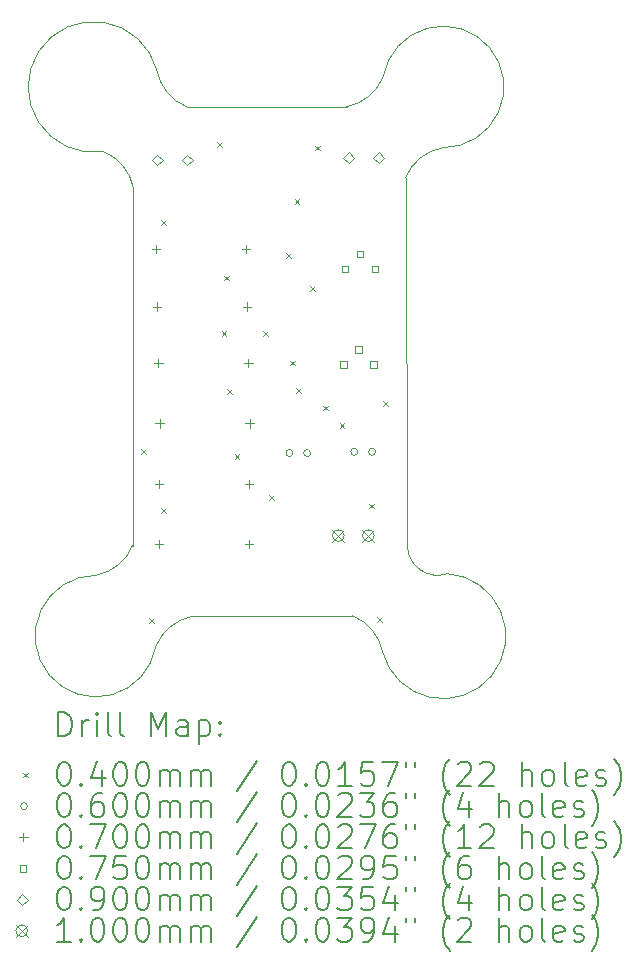
<source format=gbr>
%TF.GenerationSoftware,KiCad,Pcbnew,7.0.6*%
%TF.CreationDate,2023-09-30T16:03:38+02:00*%
%TF.ProjectId,bc546b-astable-multivibrator,62633534-3662-42d6-9173-7461626c652d,0*%
%TF.SameCoordinates,Original*%
%TF.FileFunction,Drillmap*%
%TF.FilePolarity,Positive*%
%FSLAX45Y45*%
G04 Gerber Fmt 4.5, Leading zero omitted, Abs format (unit mm)*
G04 Created by KiCad (PCBNEW 7.0.6) date 2023-09-30 16:03:38*
%MOMM*%
%LPD*%
G01*
G04 APERTURE LIST*
%ADD10C,0.100000*%
%ADD11C,0.200000*%
%ADD12C,0.040000*%
%ADD13C,0.060000*%
%ADD14C,0.070000*%
%ADD15C,0.075000*%
%ADD16C,0.090000*%
G04 APERTURE END LIST*
D10*
X8624498Y-5378804D02*
G75*
G03*
X8370757Y-5069534I-413738J-80726D01*
G01*
X8310016Y-8657558D02*
G75*
G03*
X8617054Y-8405349I-80746J411298D01*
G01*
X10734498Y-9308804D02*
G75*
G03*
X10480757Y-8999534I-413738J-80726D01*
G01*
X10734499Y-9308804D02*
G75*
G03*
X11283337Y-8643354I512152J136652D01*
G01*
X8822907Y-4382883D02*
G75*
G03*
X9076651Y-4692152I413743J80733D01*
G01*
X8617054Y-8405349D02*
X8624499Y-5378804D01*
X10943475Y-8419002D02*
G75*
G03*
X11283337Y-8643354I256525J19002D01*
G01*
X9076651Y-4692152D02*
X10430000Y-4690000D01*
X11246651Y-5036749D02*
G75*
G03*
X10739270Y-4436258I-1J514599D01*
G01*
X10480757Y-8999534D02*
X9123303Y-9004304D01*
X8822675Y-4382943D02*
G75*
G03*
X8370757Y-5069534I-536024J-139209D01*
G01*
X9123304Y-9004309D02*
G75*
G03*
X8814033Y-9258046I80726J-413741D01*
G01*
X10430000Y-4690001D02*
G75*
G03*
X10739270Y-4436258I-80730J413741D01*
G01*
X11246652Y-5036758D02*
G75*
G03*
X10928445Y-5289856I67378J-411292D01*
G01*
X10928445Y-5289856D02*
X10943475Y-8419002D01*
X8310016Y-8657558D02*
G75*
G03*
X8814033Y-9258046I-3366J-514592D01*
G01*
D11*
D12*
X8690000Y-7590000D02*
X8730000Y-7630000D01*
X8730000Y-7590000D02*
X8690000Y-7630000D01*
X8760000Y-9020000D02*
X8800000Y-9060000D01*
X8800000Y-9020000D02*
X8760000Y-9060000D01*
X8860000Y-5650000D02*
X8900000Y-5690000D01*
X8900000Y-5650000D02*
X8860000Y-5690000D01*
X8860000Y-8090000D02*
X8900000Y-8130000D01*
X8900000Y-8090000D02*
X8860000Y-8130000D01*
X9330000Y-4990000D02*
X9370000Y-5030000D01*
X9370000Y-4990000D02*
X9330000Y-5030000D01*
X9370000Y-6590000D02*
X9410000Y-6630000D01*
X9410000Y-6590000D02*
X9370000Y-6630000D01*
X9390000Y-6120000D02*
X9430000Y-6160000D01*
X9430000Y-6120000D02*
X9390000Y-6160000D01*
X9420000Y-7080000D02*
X9460000Y-7120000D01*
X9460000Y-7080000D02*
X9420000Y-7120000D01*
X9480000Y-7630000D02*
X9520000Y-7670000D01*
X9520000Y-7630000D02*
X9480000Y-7670000D01*
X9720000Y-6590000D02*
X9760000Y-6630000D01*
X9760000Y-6590000D02*
X9720000Y-6630000D01*
X9770000Y-7980000D02*
X9810000Y-8020000D01*
X9810000Y-7980000D02*
X9770000Y-8020000D01*
X9920000Y-5930000D02*
X9960000Y-5970000D01*
X9960000Y-5930000D02*
X9920000Y-5970000D01*
X9950000Y-6840000D02*
X9990000Y-6880000D01*
X9990000Y-6840000D02*
X9950000Y-6880000D01*
X9990000Y-5470000D02*
X10030000Y-5510000D01*
X10030000Y-5470000D02*
X9990000Y-5510000D01*
X10000000Y-7070000D02*
X10040000Y-7110000D01*
X10040000Y-7070000D02*
X10000000Y-7110000D01*
X10120000Y-6210000D02*
X10160000Y-6250000D01*
X10160000Y-6210000D02*
X10120000Y-6250000D01*
X10160000Y-5020000D02*
X10200000Y-5060000D01*
X10200000Y-5020000D02*
X10160000Y-5060000D01*
X10230000Y-7220000D02*
X10270000Y-7260000D01*
X10270000Y-7220000D02*
X10230000Y-7260000D01*
X10370000Y-7370000D02*
X10410000Y-7410000D01*
X10410000Y-7370000D02*
X10370000Y-7410000D01*
X10620000Y-8050000D02*
X10660000Y-8090000D01*
X10660000Y-8050000D02*
X10620000Y-8090000D01*
X10690000Y-9010000D02*
X10730000Y-9050000D01*
X10730000Y-9010000D02*
X10690000Y-9050000D01*
X10740000Y-7180000D02*
X10780000Y-7220000D01*
X10780000Y-7180000D02*
X10740000Y-7220000D01*
D13*
X9974392Y-7622152D02*
G75*
G03*
X9974392Y-7622152I-30000J0D01*
G01*
X10124392Y-7622152D02*
G75*
G03*
X10124392Y-7622152I-30000J0D01*
G01*
X10524392Y-7612152D02*
G75*
G03*
X10524392Y-7612152I-30000J0D01*
G01*
X10674392Y-7612152D02*
G75*
G03*
X10674392Y-7612152I-30000J0D01*
G01*
D14*
X8814651Y-5857152D02*
X8814651Y-5927152D01*
X8779651Y-5892152D02*
X8849651Y-5892152D01*
X8824651Y-6347152D02*
X8824651Y-6417152D01*
X8789651Y-6382152D02*
X8859651Y-6382152D01*
X8835651Y-6827152D02*
X8835651Y-6897152D01*
X8800651Y-6862152D02*
X8870651Y-6862152D01*
X8838651Y-7849152D02*
X8838651Y-7919152D01*
X8803651Y-7884152D02*
X8873651Y-7884152D01*
X8838651Y-8357152D02*
X8838651Y-8427152D01*
X8803651Y-8392152D02*
X8873651Y-8392152D01*
X8845651Y-7337152D02*
X8845651Y-7407152D01*
X8810651Y-7372152D02*
X8880651Y-7372152D01*
X9576651Y-5857152D02*
X9576651Y-5927152D01*
X9541651Y-5892152D02*
X9611651Y-5892152D01*
X9586651Y-6347152D02*
X9586651Y-6417152D01*
X9551651Y-6382152D02*
X9621651Y-6382152D01*
X9597651Y-6827152D02*
X9597651Y-6897152D01*
X9562651Y-6862152D02*
X9632651Y-6862152D01*
X9600651Y-7849152D02*
X9600651Y-7919152D01*
X9565651Y-7884152D02*
X9635651Y-7884152D01*
X9600651Y-8357152D02*
X9600651Y-8427152D01*
X9565651Y-8392152D02*
X9635651Y-8392152D01*
X9607651Y-7337152D02*
X9607651Y-7407152D01*
X9572651Y-7372152D02*
X9642651Y-7372152D01*
D15*
X10429168Y-6898669D02*
X10429168Y-6845635D01*
X10376135Y-6845635D01*
X10376135Y-6898669D01*
X10429168Y-6898669D01*
X10439168Y-6088669D02*
X10439168Y-6035635D01*
X10386135Y-6035635D01*
X10386135Y-6088669D01*
X10439168Y-6088669D01*
X10556168Y-6771669D02*
X10556168Y-6718635D01*
X10503135Y-6718635D01*
X10503135Y-6771669D01*
X10556168Y-6771669D01*
X10566168Y-5961669D02*
X10566168Y-5908635D01*
X10513135Y-5908635D01*
X10513135Y-5961669D01*
X10566168Y-5961669D01*
X10683168Y-6898669D02*
X10683168Y-6845635D01*
X10630135Y-6845635D01*
X10630135Y-6898669D01*
X10683168Y-6898669D01*
X10693168Y-6088669D02*
X10693168Y-6035635D01*
X10640135Y-6035635D01*
X10640135Y-6088669D01*
X10693168Y-6088669D01*
D16*
X8826000Y-5185000D02*
X8871000Y-5140000D01*
X8826000Y-5095000D01*
X8781000Y-5140000D01*
X8826000Y-5185000D01*
X9080000Y-5185000D02*
X9125000Y-5140000D01*
X9080000Y-5095000D01*
X9035000Y-5140000D01*
X9080000Y-5185000D01*
X10446651Y-5167152D02*
X10491651Y-5122152D01*
X10446651Y-5077152D01*
X10401651Y-5122152D01*
X10446651Y-5167152D01*
X10700651Y-5167152D02*
X10745651Y-5122152D01*
X10700651Y-5077152D01*
X10655651Y-5122152D01*
X10700651Y-5167152D01*
D10*
X10309151Y-8272152D02*
X10409151Y-8372152D01*
X10409151Y-8272152D02*
X10309151Y-8372152D01*
X10409151Y-8322152D02*
G75*
G03*
X10409151Y-8322152I-50000J0D01*
G01*
X10563151Y-8272152D02*
X10663151Y-8372152D01*
X10663151Y-8272152D02*
X10563151Y-8372152D01*
X10663151Y-8322152D02*
G75*
G03*
X10663151Y-8322152I-50000J0D01*
G01*
D11*
X7988622Y-10018705D02*
X7988622Y-9818705D01*
X7988622Y-9818705D02*
X8036241Y-9818705D01*
X8036241Y-9818705D02*
X8064813Y-9828229D01*
X8064813Y-9828229D02*
X8083860Y-9847277D01*
X8083860Y-9847277D02*
X8093384Y-9866324D01*
X8093384Y-9866324D02*
X8102908Y-9904419D01*
X8102908Y-9904419D02*
X8102908Y-9932991D01*
X8102908Y-9932991D02*
X8093384Y-9971086D01*
X8093384Y-9971086D02*
X8083860Y-9990134D01*
X8083860Y-9990134D02*
X8064813Y-10009181D01*
X8064813Y-10009181D02*
X8036241Y-10018705D01*
X8036241Y-10018705D02*
X7988622Y-10018705D01*
X8188622Y-10018705D02*
X8188622Y-9885372D01*
X8188622Y-9923467D02*
X8198146Y-9904419D01*
X8198146Y-9904419D02*
X8207670Y-9894896D01*
X8207670Y-9894896D02*
X8226717Y-9885372D01*
X8226717Y-9885372D02*
X8245765Y-9885372D01*
X8312432Y-10018705D02*
X8312432Y-9885372D01*
X8312432Y-9818705D02*
X8302908Y-9828229D01*
X8302908Y-9828229D02*
X8312432Y-9837753D01*
X8312432Y-9837753D02*
X8321955Y-9828229D01*
X8321955Y-9828229D02*
X8312432Y-9818705D01*
X8312432Y-9818705D02*
X8312432Y-9837753D01*
X8436241Y-10018705D02*
X8417194Y-10009181D01*
X8417194Y-10009181D02*
X8407670Y-9990134D01*
X8407670Y-9990134D02*
X8407670Y-9818705D01*
X8541003Y-10018705D02*
X8521955Y-10009181D01*
X8521955Y-10009181D02*
X8512432Y-9990134D01*
X8512432Y-9990134D02*
X8512432Y-9818705D01*
X8769575Y-10018705D02*
X8769575Y-9818705D01*
X8769575Y-9818705D02*
X8836241Y-9961562D01*
X8836241Y-9961562D02*
X8902908Y-9818705D01*
X8902908Y-9818705D02*
X8902908Y-10018705D01*
X9083860Y-10018705D02*
X9083860Y-9913943D01*
X9083860Y-9913943D02*
X9074336Y-9894896D01*
X9074336Y-9894896D02*
X9055289Y-9885372D01*
X9055289Y-9885372D02*
X9017194Y-9885372D01*
X9017194Y-9885372D02*
X8998146Y-9894896D01*
X9083860Y-10009181D02*
X9064813Y-10018705D01*
X9064813Y-10018705D02*
X9017194Y-10018705D01*
X9017194Y-10018705D02*
X8998146Y-10009181D01*
X8998146Y-10009181D02*
X8988622Y-9990134D01*
X8988622Y-9990134D02*
X8988622Y-9971086D01*
X8988622Y-9971086D02*
X8998146Y-9952038D01*
X8998146Y-9952038D02*
X9017194Y-9942515D01*
X9017194Y-9942515D02*
X9064813Y-9942515D01*
X9064813Y-9942515D02*
X9083860Y-9932991D01*
X9179098Y-9885372D02*
X9179098Y-10085372D01*
X9179098Y-9894896D02*
X9198146Y-9885372D01*
X9198146Y-9885372D02*
X9236241Y-9885372D01*
X9236241Y-9885372D02*
X9255289Y-9894896D01*
X9255289Y-9894896D02*
X9264813Y-9904419D01*
X9264813Y-9904419D02*
X9274336Y-9923467D01*
X9274336Y-9923467D02*
X9274336Y-9980610D01*
X9274336Y-9980610D02*
X9264813Y-9999657D01*
X9264813Y-9999657D02*
X9255289Y-10009181D01*
X9255289Y-10009181D02*
X9236241Y-10018705D01*
X9236241Y-10018705D02*
X9198146Y-10018705D01*
X9198146Y-10018705D02*
X9179098Y-10009181D01*
X9360051Y-9999657D02*
X9369575Y-10009181D01*
X9369575Y-10009181D02*
X9360051Y-10018705D01*
X9360051Y-10018705D02*
X9350527Y-10009181D01*
X9350527Y-10009181D02*
X9360051Y-9999657D01*
X9360051Y-9999657D02*
X9360051Y-10018705D01*
X9360051Y-9894896D02*
X9369575Y-9904419D01*
X9369575Y-9904419D02*
X9360051Y-9913943D01*
X9360051Y-9913943D02*
X9350527Y-9904419D01*
X9350527Y-9904419D02*
X9360051Y-9894896D01*
X9360051Y-9894896D02*
X9360051Y-9913943D01*
D12*
X7687845Y-10327221D02*
X7727845Y-10367221D01*
X7727845Y-10327221D02*
X7687845Y-10367221D01*
D11*
X8026717Y-10238705D02*
X8045765Y-10238705D01*
X8045765Y-10238705D02*
X8064813Y-10248229D01*
X8064813Y-10248229D02*
X8074336Y-10257753D01*
X8074336Y-10257753D02*
X8083860Y-10276800D01*
X8083860Y-10276800D02*
X8093384Y-10314896D01*
X8093384Y-10314896D02*
X8093384Y-10362515D01*
X8093384Y-10362515D02*
X8083860Y-10400610D01*
X8083860Y-10400610D02*
X8074336Y-10419657D01*
X8074336Y-10419657D02*
X8064813Y-10429181D01*
X8064813Y-10429181D02*
X8045765Y-10438705D01*
X8045765Y-10438705D02*
X8026717Y-10438705D01*
X8026717Y-10438705D02*
X8007670Y-10429181D01*
X8007670Y-10429181D02*
X7998146Y-10419657D01*
X7998146Y-10419657D02*
X7988622Y-10400610D01*
X7988622Y-10400610D02*
X7979098Y-10362515D01*
X7979098Y-10362515D02*
X7979098Y-10314896D01*
X7979098Y-10314896D02*
X7988622Y-10276800D01*
X7988622Y-10276800D02*
X7998146Y-10257753D01*
X7998146Y-10257753D02*
X8007670Y-10248229D01*
X8007670Y-10248229D02*
X8026717Y-10238705D01*
X8179098Y-10419657D02*
X8188622Y-10429181D01*
X8188622Y-10429181D02*
X8179098Y-10438705D01*
X8179098Y-10438705D02*
X8169574Y-10429181D01*
X8169574Y-10429181D02*
X8179098Y-10419657D01*
X8179098Y-10419657D02*
X8179098Y-10438705D01*
X8360051Y-10305372D02*
X8360051Y-10438705D01*
X8312432Y-10229181D02*
X8264813Y-10372038D01*
X8264813Y-10372038D02*
X8388622Y-10372038D01*
X8502908Y-10238705D02*
X8521956Y-10238705D01*
X8521956Y-10238705D02*
X8541003Y-10248229D01*
X8541003Y-10248229D02*
X8550527Y-10257753D01*
X8550527Y-10257753D02*
X8560051Y-10276800D01*
X8560051Y-10276800D02*
X8569575Y-10314896D01*
X8569575Y-10314896D02*
X8569575Y-10362515D01*
X8569575Y-10362515D02*
X8560051Y-10400610D01*
X8560051Y-10400610D02*
X8550527Y-10419657D01*
X8550527Y-10419657D02*
X8541003Y-10429181D01*
X8541003Y-10429181D02*
X8521956Y-10438705D01*
X8521956Y-10438705D02*
X8502908Y-10438705D01*
X8502908Y-10438705D02*
X8483860Y-10429181D01*
X8483860Y-10429181D02*
X8474336Y-10419657D01*
X8474336Y-10419657D02*
X8464813Y-10400610D01*
X8464813Y-10400610D02*
X8455289Y-10362515D01*
X8455289Y-10362515D02*
X8455289Y-10314896D01*
X8455289Y-10314896D02*
X8464813Y-10276800D01*
X8464813Y-10276800D02*
X8474336Y-10257753D01*
X8474336Y-10257753D02*
X8483860Y-10248229D01*
X8483860Y-10248229D02*
X8502908Y-10238705D01*
X8693384Y-10238705D02*
X8712432Y-10238705D01*
X8712432Y-10238705D02*
X8731479Y-10248229D01*
X8731479Y-10248229D02*
X8741003Y-10257753D01*
X8741003Y-10257753D02*
X8750527Y-10276800D01*
X8750527Y-10276800D02*
X8760051Y-10314896D01*
X8760051Y-10314896D02*
X8760051Y-10362515D01*
X8760051Y-10362515D02*
X8750527Y-10400610D01*
X8750527Y-10400610D02*
X8741003Y-10419657D01*
X8741003Y-10419657D02*
X8731479Y-10429181D01*
X8731479Y-10429181D02*
X8712432Y-10438705D01*
X8712432Y-10438705D02*
X8693384Y-10438705D01*
X8693384Y-10438705D02*
X8674336Y-10429181D01*
X8674336Y-10429181D02*
X8664813Y-10419657D01*
X8664813Y-10419657D02*
X8655289Y-10400610D01*
X8655289Y-10400610D02*
X8645765Y-10362515D01*
X8645765Y-10362515D02*
X8645765Y-10314896D01*
X8645765Y-10314896D02*
X8655289Y-10276800D01*
X8655289Y-10276800D02*
X8664813Y-10257753D01*
X8664813Y-10257753D02*
X8674336Y-10248229D01*
X8674336Y-10248229D02*
X8693384Y-10238705D01*
X8845765Y-10438705D02*
X8845765Y-10305372D01*
X8845765Y-10324419D02*
X8855289Y-10314896D01*
X8855289Y-10314896D02*
X8874336Y-10305372D01*
X8874336Y-10305372D02*
X8902908Y-10305372D01*
X8902908Y-10305372D02*
X8921956Y-10314896D01*
X8921956Y-10314896D02*
X8931479Y-10333943D01*
X8931479Y-10333943D02*
X8931479Y-10438705D01*
X8931479Y-10333943D02*
X8941003Y-10314896D01*
X8941003Y-10314896D02*
X8960051Y-10305372D01*
X8960051Y-10305372D02*
X8988622Y-10305372D01*
X8988622Y-10305372D02*
X9007670Y-10314896D01*
X9007670Y-10314896D02*
X9017194Y-10333943D01*
X9017194Y-10333943D02*
X9017194Y-10438705D01*
X9112432Y-10438705D02*
X9112432Y-10305372D01*
X9112432Y-10324419D02*
X9121956Y-10314896D01*
X9121956Y-10314896D02*
X9141003Y-10305372D01*
X9141003Y-10305372D02*
X9169575Y-10305372D01*
X9169575Y-10305372D02*
X9188622Y-10314896D01*
X9188622Y-10314896D02*
X9198146Y-10333943D01*
X9198146Y-10333943D02*
X9198146Y-10438705D01*
X9198146Y-10333943D02*
X9207670Y-10314896D01*
X9207670Y-10314896D02*
X9226717Y-10305372D01*
X9226717Y-10305372D02*
X9255289Y-10305372D01*
X9255289Y-10305372D02*
X9274337Y-10314896D01*
X9274337Y-10314896D02*
X9283860Y-10333943D01*
X9283860Y-10333943D02*
X9283860Y-10438705D01*
X9674337Y-10229181D02*
X9502908Y-10486324D01*
X9931479Y-10238705D02*
X9950527Y-10238705D01*
X9950527Y-10238705D02*
X9969575Y-10248229D01*
X9969575Y-10248229D02*
X9979099Y-10257753D01*
X9979099Y-10257753D02*
X9988622Y-10276800D01*
X9988622Y-10276800D02*
X9998146Y-10314896D01*
X9998146Y-10314896D02*
X9998146Y-10362515D01*
X9998146Y-10362515D02*
X9988622Y-10400610D01*
X9988622Y-10400610D02*
X9979099Y-10419657D01*
X9979099Y-10419657D02*
X9969575Y-10429181D01*
X9969575Y-10429181D02*
X9950527Y-10438705D01*
X9950527Y-10438705D02*
X9931479Y-10438705D01*
X9931479Y-10438705D02*
X9912432Y-10429181D01*
X9912432Y-10429181D02*
X9902908Y-10419657D01*
X9902908Y-10419657D02*
X9893384Y-10400610D01*
X9893384Y-10400610D02*
X9883860Y-10362515D01*
X9883860Y-10362515D02*
X9883860Y-10314896D01*
X9883860Y-10314896D02*
X9893384Y-10276800D01*
X9893384Y-10276800D02*
X9902908Y-10257753D01*
X9902908Y-10257753D02*
X9912432Y-10248229D01*
X9912432Y-10248229D02*
X9931479Y-10238705D01*
X10083860Y-10419657D02*
X10093384Y-10429181D01*
X10093384Y-10429181D02*
X10083860Y-10438705D01*
X10083860Y-10438705D02*
X10074337Y-10429181D01*
X10074337Y-10429181D02*
X10083860Y-10419657D01*
X10083860Y-10419657D02*
X10083860Y-10438705D01*
X10217194Y-10238705D02*
X10236241Y-10238705D01*
X10236241Y-10238705D02*
X10255289Y-10248229D01*
X10255289Y-10248229D02*
X10264813Y-10257753D01*
X10264813Y-10257753D02*
X10274337Y-10276800D01*
X10274337Y-10276800D02*
X10283860Y-10314896D01*
X10283860Y-10314896D02*
X10283860Y-10362515D01*
X10283860Y-10362515D02*
X10274337Y-10400610D01*
X10274337Y-10400610D02*
X10264813Y-10419657D01*
X10264813Y-10419657D02*
X10255289Y-10429181D01*
X10255289Y-10429181D02*
X10236241Y-10438705D01*
X10236241Y-10438705D02*
X10217194Y-10438705D01*
X10217194Y-10438705D02*
X10198146Y-10429181D01*
X10198146Y-10429181D02*
X10188622Y-10419657D01*
X10188622Y-10419657D02*
X10179099Y-10400610D01*
X10179099Y-10400610D02*
X10169575Y-10362515D01*
X10169575Y-10362515D02*
X10169575Y-10314896D01*
X10169575Y-10314896D02*
X10179099Y-10276800D01*
X10179099Y-10276800D02*
X10188622Y-10257753D01*
X10188622Y-10257753D02*
X10198146Y-10248229D01*
X10198146Y-10248229D02*
X10217194Y-10238705D01*
X10474337Y-10438705D02*
X10360051Y-10438705D01*
X10417194Y-10438705D02*
X10417194Y-10238705D01*
X10417194Y-10238705D02*
X10398146Y-10267277D01*
X10398146Y-10267277D02*
X10379099Y-10286324D01*
X10379099Y-10286324D02*
X10360051Y-10295848D01*
X10655289Y-10238705D02*
X10560051Y-10238705D01*
X10560051Y-10238705D02*
X10550527Y-10333943D01*
X10550527Y-10333943D02*
X10560051Y-10324419D01*
X10560051Y-10324419D02*
X10579099Y-10314896D01*
X10579099Y-10314896D02*
X10626718Y-10314896D01*
X10626718Y-10314896D02*
X10645765Y-10324419D01*
X10645765Y-10324419D02*
X10655289Y-10333943D01*
X10655289Y-10333943D02*
X10664813Y-10352991D01*
X10664813Y-10352991D02*
X10664813Y-10400610D01*
X10664813Y-10400610D02*
X10655289Y-10419657D01*
X10655289Y-10419657D02*
X10645765Y-10429181D01*
X10645765Y-10429181D02*
X10626718Y-10438705D01*
X10626718Y-10438705D02*
X10579099Y-10438705D01*
X10579099Y-10438705D02*
X10560051Y-10429181D01*
X10560051Y-10429181D02*
X10550527Y-10419657D01*
X10731480Y-10238705D02*
X10864813Y-10238705D01*
X10864813Y-10238705D02*
X10779099Y-10438705D01*
X10931480Y-10238705D02*
X10931480Y-10276800D01*
X11007670Y-10238705D02*
X11007670Y-10276800D01*
X11302908Y-10514896D02*
X11293384Y-10505372D01*
X11293384Y-10505372D02*
X11274337Y-10476800D01*
X11274337Y-10476800D02*
X11264813Y-10457753D01*
X11264813Y-10457753D02*
X11255289Y-10429181D01*
X11255289Y-10429181D02*
X11245765Y-10381562D01*
X11245765Y-10381562D02*
X11245765Y-10343467D01*
X11245765Y-10343467D02*
X11255289Y-10295848D01*
X11255289Y-10295848D02*
X11264813Y-10267277D01*
X11264813Y-10267277D02*
X11274337Y-10248229D01*
X11274337Y-10248229D02*
X11293384Y-10219657D01*
X11293384Y-10219657D02*
X11302908Y-10210134D01*
X11369575Y-10257753D02*
X11379099Y-10248229D01*
X11379099Y-10248229D02*
X11398146Y-10238705D01*
X11398146Y-10238705D02*
X11445765Y-10238705D01*
X11445765Y-10238705D02*
X11464813Y-10248229D01*
X11464813Y-10248229D02*
X11474337Y-10257753D01*
X11474337Y-10257753D02*
X11483860Y-10276800D01*
X11483860Y-10276800D02*
X11483860Y-10295848D01*
X11483860Y-10295848D02*
X11474337Y-10324419D01*
X11474337Y-10324419D02*
X11360051Y-10438705D01*
X11360051Y-10438705D02*
X11483860Y-10438705D01*
X11560051Y-10257753D02*
X11569575Y-10248229D01*
X11569575Y-10248229D02*
X11588622Y-10238705D01*
X11588622Y-10238705D02*
X11636241Y-10238705D01*
X11636241Y-10238705D02*
X11655289Y-10248229D01*
X11655289Y-10248229D02*
X11664813Y-10257753D01*
X11664813Y-10257753D02*
X11674337Y-10276800D01*
X11674337Y-10276800D02*
X11674337Y-10295848D01*
X11674337Y-10295848D02*
X11664813Y-10324419D01*
X11664813Y-10324419D02*
X11550527Y-10438705D01*
X11550527Y-10438705D02*
X11674337Y-10438705D01*
X11912432Y-10438705D02*
X11912432Y-10238705D01*
X11998146Y-10438705D02*
X11998146Y-10333943D01*
X11998146Y-10333943D02*
X11988622Y-10314896D01*
X11988622Y-10314896D02*
X11969575Y-10305372D01*
X11969575Y-10305372D02*
X11941003Y-10305372D01*
X11941003Y-10305372D02*
X11921956Y-10314896D01*
X11921956Y-10314896D02*
X11912432Y-10324419D01*
X12121956Y-10438705D02*
X12102908Y-10429181D01*
X12102908Y-10429181D02*
X12093384Y-10419657D01*
X12093384Y-10419657D02*
X12083861Y-10400610D01*
X12083861Y-10400610D02*
X12083861Y-10343467D01*
X12083861Y-10343467D02*
X12093384Y-10324419D01*
X12093384Y-10324419D02*
X12102908Y-10314896D01*
X12102908Y-10314896D02*
X12121956Y-10305372D01*
X12121956Y-10305372D02*
X12150527Y-10305372D01*
X12150527Y-10305372D02*
X12169575Y-10314896D01*
X12169575Y-10314896D02*
X12179099Y-10324419D01*
X12179099Y-10324419D02*
X12188622Y-10343467D01*
X12188622Y-10343467D02*
X12188622Y-10400610D01*
X12188622Y-10400610D02*
X12179099Y-10419657D01*
X12179099Y-10419657D02*
X12169575Y-10429181D01*
X12169575Y-10429181D02*
X12150527Y-10438705D01*
X12150527Y-10438705D02*
X12121956Y-10438705D01*
X12302908Y-10438705D02*
X12283861Y-10429181D01*
X12283861Y-10429181D02*
X12274337Y-10410134D01*
X12274337Y-10410134D02*
X12274337Y-10238705D01*
X12455289Y-10429181D02*
X12436242Y-10438705D01*
X12436242Y-10438705D02*
X12398146Y-10438705D01*
X12398146Y-10438705D02*
X12379099Y-10429181D01*
X12379099Y-10429181D02*
X12369575Y-10410134D01*
X12369575Y-10410134D02*
X12369575Y-10333943D01*
X12369575Y-10333943D02*
X12379099Y-10314896D01*
X12379099Y-10314896D02*
X12398146Y-10305372D01*
X12398146Y-10305372D02*
X12436242Y-10305372D01*
X12436242Y-10305372D02*
X12455289Y-10314896D01*
X12455289Y-10314896D02*
X12464813Y-10333943D01*
X12464813Y-10333943D02*
X12464813Y-10352991D01*
X12464813Y-10352991D02*
X12369575Y-10372038D01*
X12541003Y-10429181D02*
X12560051Y-10438705D01*
X12560051Y-10438705D02*
X12598146Y-10438705D01*
X12598146Y-10438705D02*
X12617194Y-10429181D01*
X12617194Y-10429181D02*
X12626718Y-10410134D01*
X12626718Y-10410134D02*
X12626718Y-10400610D01*
X12626718Y-10400610D02*
X12617194Y-10381562D01*
X12617194Y-10381562D02*
X12598146Y-10372038D01*
X12598146Y-10372038D02*
X12569575Y-10372038D01*
X12569575Y-10372038D02*
X12550527Y-10362515D01*
X12550527Y-10362515D02*
X12541003Y-10343467D01*
X12541003Y-10343467D02*
X12541003Y-10333943D01*
X12541003Y-10333943D02*
X12550527Y-10314896D01*
X12550527Y-10314896D02*
X12569575Y-10305372D01*
X12569575Y-10305372D02*
X12598146Y-10305372D01*
X12598146Y-10305372D02*
X12617194Y-10314896D01*
X12693384Y-10514896D02*
X12702908Y-10505372D01*
X12702908Y-10505372D02*
X12721956Y-10476800D01*
X12721956Y-10476800D02*
X12731480Y-10457753D01*
X12731480Y-10457753D02*
X12741003Y-10429181D01*
X12741003Y-10429181D02*
X12750527Y-10381562D01*
X12750527Y-10381562D02*
X12750527Y-10343467D01*
X12750527Y-10343467D02*
X12741003Y-10295848D01*
X12741003Y-10295848D02*
X12731480Y-10267277D01*
X12731480Y-10267277D02*
X12721956Y-10248229D01*
X12721956Y-10248229D02*
X12702908Y-10219657D01*
X12702908Y-10219657D02*
X12693384Y-10210134D01*
D13*
X7727845Y-10611221D02*
G75*
G03*
X7727845Y-10611221I-30000J0D01*
G01*
D11*
X8026717Y-10502705D02*
X8045765Y-10502705D01*
X8045765Y-10502705D02*
X8064813Y-10512229D01*
X8064813Y-10512229D02*
X8074336Y-10521753D01*
X8074336Y-10521753D02*
X8083860Y-10540800D01*
X8083860Y-10540800D02*
X8093384Y-10578896D01*
X8093384Y-10578896D02*
X8093384Y-10626515D01*
X8093384Y-10626515D02*
X8083860Y-10664610D01*
X8083860Y-10664610D02*
X8074336Y-10683657D01*
X8074336Y-10683657D02*
X8064813Y-10693181D01*
X8064813Y-10693181D02*
X8045765Y-10702705D01*
X8045765Y-10702705D02*
X8026717Y-10702705D01*
X8026717Y-10702705D02*
X8007670Y-10693181D01*
X8007670Y-10693181D02*
X7998146Y-10683657D01*
X7998146Y-10683657D02*
X7988622Y-10664610D01*
X7988622Y-10664610D02*
X7979098Y-10626515D01*
X7979098Y-10626515D02*
X7979098Y-10578896D01*
X7979098Y-10578896D02*
X7988622Y-10540800D01*
X7988622Y-10540800D02*
X7998146Y-10521753D01*
X7998146Y-10521753D02*
X8007670Y-10512229D01*
X8007670Y-10512229D02*
X8026717Y-10502705D01*
X8179098Y-10683657D02*
X8188622Y-10693181D01*
X8188622Y-10693181D02*
X8179098Y-10702705D01*
X8179098Y-10702705D02*
X8169574Y-10693181D01*
X8169574Y-10693181D02*
X8179098Y-10683657D01*
X8179098Y-10683657D02*
X8179098Y-10702705D01*
X8360051Y-10502705D02*
X8321955Y-10502705D01*
X8321955Y-10502705D02*
X8302908Y-10512229D01*
X8302908Y-10512229D02*
X8293384Y-10521753D01*
X8293384Y-10521753D02*
X8274336Y-10550324D01*
X8274336Y-10550324D02*
X8264813Y-10588419D01*
X8264813Y-10588419D02*
X8264813Y-10664610D01*
X8264813Y-10664610D02*
X8274336Y-10683657D01*
X8274336Y-10683657D02*
X8283860Y-10693181D01*
X8283860Y-10693181D02*
X8302908Y-10702705D01*
X8302908Y-10702705D02*
X8341003Y-10702705D01*
X8341003Y-10702705D02*
X8360051Y-10693181D01*
X8360051Y-10693181D02*
X8369574Y-10683657D01*
X8369574Y-10683657D02*
X8379098Y-10664610D01*
X8379098Y-10664610D02*
X8379098Y-10616991D01*
X8379098Y-10616991D02*
X8369574Y-10597943D01*
X8369574Y-10597943D02*
X8360051Y-10588419D01*
X8360051Y-10588419D02*
X8341003Y-10578896D01*
X8341003Y-10578896D02*
X8302908Y-10578896D01*
X8302908Y-10578896D02*
X8283860Y-10588419D01*
X8283860Y-10588419D02*
X8274336Y-10597943D01*
X8274336Y-10597943D02*
X8264813Y-10616991D01*
X8502908Y-10502705D02*
X8521956Y-10502705D01*
X8521956Y-10502705D02*
X8541003Y-10512229D01*
X8541003Y-10512229D02*
X8550527Y-10521753D01*
X8550527Y-10521753D02*
X8560051Y-10540800D01*
X8560051Y-10540800D02*
X8569575Y-10578896D01*
X8569575Y-10578896D02*
X8569575Y-10626515D01*
X8569575Y-10626515D02*
X8560051Y-10664610D01*
X8560051Y-10664610D02*
X8550527Y-10683657D01*
X8550527Y-10683657D02*
X8541003Y-10693181D01*
X8541003Y-10693181D02*
X8521956Y-10702705D01*
X8521956Y-10702705D02*
X8502908Y-10702705D01*
X8502908Y-10702705D02*
X8483860Y-10693181D01*
X8483860Y-10693181D02*
X8474336Y-10683657D01*
X8474336Y-10683657D02*
X8464813Y-10664610D01*
X8464813Y-10664610D02*
X8455289Y-10626515D01*
X8455289Y-10626515D02*
X8455289Y-10578896D01*
X8455289Y-10578896D02*
X8464813Y-10540800D01*
X8464813Y-10540800D02*
X8474336Y-10521753D01*
X8474336Y-10521753D02*
X8483860Y-10512229D01*
X8483860Y-10512229D02*
X8502908Y-10502705D01*
X8693384Y-10502705D02*
X8712432Y-10502705D01*
X8712432Y-10502705D02*
X8731479Y-10512229D01*
X8731479Y-10512229D02*
X8741003Y-10521753D01*
X8741003Y-10521753D02*
X8750527Y-10540800D01*
X8750527Y-10540800D02*
X8760051Y-10578896D01*
X8760051Y-10578896D02*
X8760051Y-10626515D01*
X8760051Y-10626515D02*
X8750527Y-10664610D01*
X8750527Y-10664610D02*
X8741003Y-10683657D01*
X8741003Y-10683657D02*
X8731479Y-10693181D01*
X8731479Y-10693181D02*
X8712432Y-10702705D01*
X8712432Y-10702705D02*
X8693384Y-10702705D01*
X8693384Y-10702705D02*
X8674336Y-10693181D01*
X8674336Y-10693181D02*
X8664813Y-10683657D01*
X8664813Y-10683657D02*
X8655289Y-10664610D01*
X8655289Y-10664610D02*
X8645765Y-10626515D01*
X8645765Y-10626515D02*
X8645765Y-10578896D01*
X8645765Y-10578896D02*
X8655289Y-10540800D01*
X8655289Y-10540800D02*
X8664813Y-10521753D01*
X8664813Y-10521753D02*
X8674336Y-10512229D01*
X8674336Y-10512229D02*
X8693384Y-10502705D01*
X8845765Y-10702705D02*
X8845765Y-10569372D01*
X8845765Y-10588419D02*
X8855289Y-10578896D01*
X8855289Y-10578896D02*
X8874336Y-10569372D01*
X8874336Y-10569372D02*
X8902908Y-10569372D01*
X8902908Y-10569372D02*
X8921956Y-10578896D01*
X8921956Y-10578896D02*
X8931479Y-10597943D01*
X8931479Y-10597943D02*
X8931479Y-10702705D01*
X8931479Y-10597943D02*
X8941003Y-10578896D01*
X8941003Y-10578896D02*
X8960051Y-10569372D01*
X8960051Y-10569372D02*
X8988622Y-10569372D01*
X8988622Y-10569372D02*
X9007670Y-10578896D01*
X9007670Y-10578896D02*
X9017194Y-10597943D01*
X9017194Y-10597943D02*
X9017194Y-10702705D01*
X9112432Y-10702705D02*
X9112432Y-10569372D01*
X9112432Y-10588419D02*
X9121956Y-10578896D01*
X9121956Y-10578896D02*
X9141003Y-10569372D01*
X9141003Y-10569372D02*
X9169575Y-10569372D01*
X9169575Y-10569372D02*
X9188622Y-10578896D01*
X9188622Y-10578896D02*
X9198146Y-10597943D01*
X9198146Y-10597943D02*
X9198146Y-10702705D01*
X9198146Y-10597943D02*
X9207670Y-10578896D01*
X9207670Y-10578896D02*
X9226717Y-10569372D01*
X9226717Y-10569372D02*
X9255289Y-10569372D01*
X9255289Y-10569372D02*
X9274337Y-10578896D01*
X9274337Y-10578896D02*
X9283860Y-10597943D01*
X9283860Y-10597943D02*
X9283860Y-10702705D01*
X9674337Y-10493181D02*
X9502908Y-10750324D01*
X9931479Y-10502705D02*
X9950527Y-10502705D01*
X9950527Y-10502705D02*
X9969575Y-10512229D01*
X9969575Y-10512229D02*
X9979099Y-10521753D01*
X9979099Y-10521753D02*
X9988622Y-10540800D01*
X9988622Y-10540800D02*
X9998146Y-10578896D01*
X9998146Y-10578896D02*
X9998146Y-10626515D01*
X9998146Y-10626515D02*
X9988622Y-10664610D01*
X9988622Y-10664610D02*
X9979099Y-10683657D01*
X9979099Y-10683657D02*
X9969575Y-10693181D01*
X9969575Y-10693181D02*
X9950527Y-10702705D01*
X9950527Y-10702705D02*
X9931479Y-10702705D01*
X9931479Y-10702705D02*
X9912432Y-10693181D01*
X9912432Y-10693181D02*
X9902908Y-10683657D01*
X9902908Y-10683657D02*
X9893384Y-10664610D01*
X9893384Y-10664610D02*
X9883860Y-10626515D01*
X9883860Y-10626515D02*
X9883860Y-10578896D01*
X9883860Y-10578896D02*
X9893384Y-10540800D01*
X9893384Y-10540800D02*
X9902908Y-10521753D01*
X9902908Y-10521753D02*
X9912432Y-10512229D01*
X9912432Y-10512229D02*
X9931479Y-10502705D01*
X10083860Y-10683657D02*
X10093384Y-10693181D01*
X10093384Y-10693181D02*
X10083860Y-10702705D01*
X10083860Y-10702705D02*
X10074337Y-10693181D01*
X10074337Y-10693181D02*
X10083860Y-10683657D01*
X10083860Y-10683657D02*
X10083860Y-10702705D01*
X10217194Y-10502705D02*
X10236241Y-10502705D01*
X10236241Y-10502705D02*
X10255289Y-10512229D01*
X10255289Y-10512229D02*
X10264813Y-10521753D01*
X10264813Y-10521753D02*
X10274337Y-10540800D01*
X10274337Y-10540800D02*
X10283860Y-10578896D01*
X10283860Y-10578896D02*
X10283860Y-10626515D01*
X10283860Y-10626515D02*
X10274337Y-10664610D01*
X10274337Y-10664610D02*
X10264813Y-10683657D01*
X10264813Y-10683657D02*
X10255289Y-10693181D01*
X10255289Y-10693181D02*
X10236241Y-10702705D01*
X10236241Y-10702705D02*
X10217194Y-10702705D01*
X10217194Y-10702705D02*
X10198146Y-10693181D01*
X10198146Y-10693181D02*
X10188622Y-10683657D01*
X10188622Y-10683657D02*
X10179099Y-10664610D01*
X10179099Y-10664610D02*
X10169575Y-10626515D01*
X10169575Y-10626515D02*
X10169575Y-10578896D01*
X10169575Y-10578896D02*
X10179099Y-10540800D01*
X10179099Y-10540800D02*
X10188622Y-10521753D01*
X10188622Y-10521753D02*
X10198146Y-10512229D01*
X10198146Y-10512229D02*
X10217194Y-10502705D01*
X10360051Y-10521753D02*
X10369575Y-10512229D01*
X10369575Y-10512229D02*
X10388622Y-10502705D01*
X10388622Y-10502705D02*
X10436241Y-10502705D01*
X10436241Y-10502705D02*
X10455289Y-10512229D01*
X10455289Y-10512229D02*
X10464813Y-10521753D01*
X10464813Y-10521753D02*
X10474337Y-10540800D01*
X10474337Y-10540800D02*
X10474337Y-10559848D01*
X10474337Y-10559848D02*
X10464813Y-10588419D01*
X10464813Y-10588419D02*
X10350527Y-10702705D01*
X10350527Y-10702705D02*
X10474337Y-10702705D01*
X10541003Y-10502705D02*
X10664813Y-10502705D01*
X10664813Y-10502705D02*
X10598146Y-10578896D01*
X10598146Y-10578896D02*
X10626718Y-10578896D01*
X10626718Y-10578896D02*
X10645765Y-10588419D01*
X10645765Y-10588419D02*
X10655289Y-10597943D01*
X10655289Y-10597943D02*
X10664813Y-10616991D01*
X10664813Y-10616991D02*
X10664813Y-10664610D01*
X10664813Y-10664610D02*
X10655289Y-10683657D01*
X10655289Y-10683657D02*
X10645765Y-10693181D01*
X10645765Y-10693181D02*
X10626718Y-10702705D01*
X10626718Y-10702705D02*
X10569575Y-10702705D01*
X10569575Y-10702705D02*
X10550527Y-10693181D01*
X10550527Y-10693181D02*
X10541003Y-10683657D01*
X10836241Y-10502705D02*
X10798146Y-10502705D01*
X10798146Y-10502705D02*
X10779099Y-10512229D01*
X10779099Y-10512229D02*
X10769575Y-10521753D01*
X10769575Y-10521753D02*
X10750527Y-10550324D01*
X10750527Y-10550324D02*
X10741003Y-10588419D01*
X10741003Y-10588419D02*
X10741003Y-10664610D01*
X10741003Y-10664610D02*
X10750527Y-10683657D01*
X10750527Y-10683657D02*
X10760051Y-10693181D01*
X10760051Y-10693181D02*
X10779099Y-10702705D01*
X10779099Y-10702705D02*
X10817194Y-10702705D01*
X10817194Y-10702705D02*
X10836241Y-10693181D01*
X10836241Y-10693181D02*
X10845765Y-10683657D01*
X10845765Y-10683657D02*
X10855289Y-10664610D01*
X10855289Y-10664610D02*
X10855289Y-10616991D01*
X10855289Y-10616991D02*
X10845765Y-10597943D01*
X10845765Y-10597943D02*
X10836241Y-10588419D01*
X10836241Y-10588419D02*
X10817194Y-10578896D01*
X10817194Y-10578896D02*
X10779099Y-10578896D01*
X10779099Y-10578896D02*
X10760051Y-10588419D01*
X10760051Y-10588419D02*
X10750527Y-10597943D01*
X10750527Y-10597943D02*
X10741003Y-10616991D01*
X10931480Y-10502705D02*
X10931480Y-10540800D01*
X11007670Y-10502705D02*
X11007670Y-10540800D01*
X11302908Y-10778896D02*
X11293384Y-10769372D01*
X11293384Y-10769372D02*
X11274337Y-10740800D01*
X11274337Y-10740800D02*
X11264813Y-10721753D01*
X11264813Y-10721753D02*
X11255289Y-10693181D01*
X11255289Y-10693181D02*
X11245765Y-10645562D01*
X11245765Y-10645562D02*
X11245765Y-10607467D01*
X11245765Y-10607467D02*
X11255289Y-10559848D01*
X11255289Y-10559848D02*
X11264813Y-10531277D01*
X11264813Y-10531277D02*
X11274337Y-10512229D01*
X11274337Y-10512229D02*
X11293384Y-10483657D01*
X11293384Y-10483657D02*
X11302908Y-10474134D01*
X11464813Y-10569372D02*
X11464813Y-10702705D01*
X11417194Y-10493181D02*
X11369575Y-10636038D01*
X11369575Y-10636038D02*
X11493384Y-10636038D01*
X11721956Y-10702705D02*
X11721956Y-10502705D01*
X11807670Y-10702705D02*
X11807670Y-10597943D01*
X11807670Y-10597943D02*
X11798146Y-10578896D01*
X11798146Y-10578896D02*
X11779099Y-10569372D01*
X11779099Y-10569372D02*
X11750527Y-10569372D01*
X11750527Y-10569372D02*
X11731480Y-10578896D01*
X11731480Y-10578896D02*
X11721956Y-10588419D01*
X11931480Y-10702705D02*
X11912432Y-10693181D01*
X11912432Y-10693181D02*
X11902908Y-10683657D01*
X11902908Y-10683657D02*
X11893384Y-10664610D01*
X11893384Y-10664610D02*
X11893384Y-10607467D01*
X11893384Y-10607467D02*
X11902908Y-10588419D01*
X11902908Y-10588419D02*
X11912432Y-10578896D01*
X11912432Y-10578896D02*
X11931480Y-10569372D01*
X11931480Y-10569372D02*
X11960051Y-10569372D01*
X11960051Y-10569372D02*
X11979099Y-10578896D01*
X11979099Y-10578896D02*
X11988622Y-10588419D01*
X11988622Y-10588419D02*
X11998146Y-10607467D01*
X11998146Y-10607467D02*
X11998146Y-10664610D01*
X11998146Y-10664610D02*
X11988622Y-10683657D01*
X11988622Y-10683657D02*
X11979099Y-10693181D01*
X11979099Y-10693181D02*
X11960051Y-10702705D01*
X11960051Y-10702705D02*
X11931480Y-10702705D01*
X12112432Y-10702705D02*
X12093384Y-10693181D01*
X12093384Y-10693181D02*
X12083861Y-10674134D01*
X12083861Y-10674134D02*
X12083861Y-10502705D01*
X12264813Y-10693181D02*
X12245765Y-10702705D01*
X12245765Y-10702705D02*
X12207670Y-10702705D01*
X12207670Y-10702705D02*
X12188622Y-10693181D01*
X12188622Y-10693181D02*
X12179099Y-10674134D01*
X12179099Y-10674134D02*
X12179099Y-10597943D01*
X12179099Y-10597943D02*
X12188622Y-10578896D01*
X12188622Y-10578896D02*
X12207670Y-10569372D01*
X12207670Y-10569372D02*
X12245765Y-10569372D01*
X12245765Y-10569372D02*
X12264813Y-10578896D01*
X12264813Y-10578896D02*
X12274337Y-10597943D01*
X12274337Y-10597943D02*
X12274337Y-10616991D01*
X12274337Y-10616991D02*
X12179099Y-10636038D01*
X12350527Y-10693181D02*
X12369575Y-10702705D01*
X12369575Y-10702705D02*
X12407670Y-10702705D01*
X12407670Y-10702705D02*
X12426718Y-10693181D01*
X12426718Y-10693181D02*
X12436242Y-10674134D01*
X12436242Y-10674134D02*
X12436242Y-10664610D01*
X12436242Y-10664610D02*
X12426718Y-10645562D01*
X12426718Y-10645562D02*
X12407670Y-10636038D01*
X12407670Y-10636038D02*
X12379099Y-10636038D01*
X12379099Y-10636038D02*
X12360051Y-10626515D01*
X12360051Y-10626515D02*
X12350527Y-10607467D01*
X12350527Y-10607467D02*
X12350527Y-10597943D01*
X12350527Y-10597943D02*
X12360051Y-10578896D01*
X12360051Y-10578896D02*
X12379099Y-10569372D01*
X12379099Y-10569372D02*
X12407670Y-10569372D01*
X12407670Y-10569372D02*
X12426718Y-10578896D01*
X12502908Y-10778896D02*
X12512432Y-10769372D01*
X12512432Y-10769372D02*
X12531480Y-10740800D01*
X12531480Y-10740800D02*
X12541003Y-10721753D01*
X12541003Y-10721753D02*
X12550527Y-10693181D01*
X12550527Y-10693181D02*
X12560051Y-10645562D01*
X12560051Y-10645562D02*
X12560051Y-10607467D01*
X12560051Y-10607467D02*
X12550527Y-10559848D01*
X12550527Y-10559848D02*
X12541003Y-10531277D01*
X12541003Y-10531277D02*
X12531480Y-10512229D01*
X12531480Y-10512229D02*
X12512432Y-10483657D01*
X12512432Y-10483657D02*
X12502908Y-10474134D01*
D14*
X7692845Y-10840221D02*
X7692845Y-10910221D01*
X7657845Y-10875221D02*
X7727845Y-10875221D01*
D11*
X8026717Y-10766705D02*
X8045765Y-10766705D01*
X8045765Y-10766705D02*
X8064813Y-10776229D01*
X8064813Y-10776229D02*
X8074336Y-10785753D01*
X8074336Y-10785753D02*
X8083860Y-10804800D01*
X8083860Y-10804800D02*
X8093384Y-10842896D01*
X8093384Y-10842896D02*
X8093384Y-10890515D01*
X8093384Y-10890515D02*
X8083860Y-10928610D01*
X8083860Y-10928610D02*
X8074336Y-10947657D01*
X8074336Y-10947657D02*
X8064813Y-10957181D01*
X8064813Y-10957181D02*
X8045765Y-10966705D01*
X8045765Y-10966705D02*
X8026717Y-10966705D01*
X8026717Y-10966705D02*
X8007670Y-10957181D01*
X8007670Y-10957181D02*
X7998146Y-10947657D01*
X7998146Y-10947657D02*
X7988622Y-10928610D01*
X7988622Y-10928610D02*
X7979098Y-10890515D01*
X7979098Y-10890515D02*
X7979098Y-10842896D01*
X7979098Y-10842896D02*
X7988622Y-10804800D01*
X7988622Y-10804800D02*
X7998146Y-10785753D01*
X7998146Y-10785753D02*
X8007670Y-10776229D01*
X8007670Y-10776229D02*
X8026717Y-10766705D01*
X8179098Y-10947657D02*
X8188622Y-10957181D01*
X8188622Y-10957181D02*
X8179098Y-10966705D01*
X8179098Y-10966705D02*
X8169574Y-10957181D01*
X8169574Y-10957181D02*
X8179098Y-10947657D01*
X8179098Y-10947657D02*
X8179098Y-10966705D01*
X8255289Y-10766705D02*
X8388622Y-10766705D01*
X8388622Y-10766705D02*
X8302908Y-10966705D01*
X8502908Y-10766705D02*
X8521956Y-10766705D01*
X8521956Y-10766705D02*
X8541003Y-10776229D01*
X8541003Y-10776229D02*
X8550527Y-10785753D01*
X8550527Y-10785753D02*
X8560051Y-10804800D01*
X8560051Y-10804800D02*
X8569575Y-10842896D01*
X8569575Y-10842896D02*
X8569575Y-10890515D01*
X8569575Y-10890515D02*
X8560051Y-10928610D01*
X8560051Y-10928610D02*
X8550527Y-10947657D01*
X8550527Y-10947657D02*
X8541003Y-10957181D01*
X8541003Y-10957181D02*
X8521956Y-10966705D01*
X8521956Y-10966705D02*
X8502908Y-10966705D01*
X8502908Y-10966705D02*
X8483860Y-10957181D01*
X8483860Y-10957181D02*
X8474336Y-10947657D01*
X8474336Y-10947657D02*
X8464813Y-10928610D01*
X8464813Y-10928610D02*
X8455289Y-10890515D01*
X8455289Y-10890515D02*
X8455289Y-10842896D01*
X8455289Y-10842896D02*
X8464813Y-10804800D01*
X8464813Y-10804800D02*
X8474336Y-10785753D01*
X8474336Y-10785753D02*
X8483860Y-10776229D01*
X8483860Y-10776229D02*
X8502908Y-10766705D01*
X8693384Y-10766705D02*
X8712432Y-10766705D01*
X8712432Y-10766705D02*
X8731479Y-10776229D01*
X8731479Y-10776229D02*
X8741003Y-10785753D01*
X8741003Y-10785753D02*
X8750527Y-10804800D01*
X8750527Y-10804800D02*
X8760051Y-10842896D01*
X8760051Y-10842896D02*
X8760051Y-10890515D01*
X8760051Y-10890515D02*
X8750527Y-10928610D01*
X8750527Y-10928610D02*
X8741003Y-10947657D01*
X8741003Y-10947657D02*
X8731479Y-10957181D01*
X8731479Y-10957181D02*
X8712432Y-10966705D01*
X8712432Y-10966705D02*
X8693384Y-10966705D01*
X8693384Y-10966705D02*
X8674336Y-10957181D01*
X8674336Y-10957181D02*
X8664813Y-10947657D01*
X8664813Y-10947657D02*
X8655289Y-10928610D01*
X8655289Y-10928610D02*
X8645765Y-10890515D01*
X8645765Y-10890515D02*
X8645765Y-10842896D01*
X8645765Y-10842896D02*
X8655289Y-10804800D01*
X8655289Y-10804800D02*
X8664813Y-10785753D01*
X8664813Y-10785753D02*
X8674336Y-10776229D01*
X8674336Y-10776229D02*
X8693384Y-10766705D01*
X8845765Y-10966705D02*
X8845765Y-10833372D01*
X8845765Y-10852419D02*
X8855289Y-10842896D01*
X8855289Y-10842896D02*
X8874336Y-10833372D01*
X8874336Y-10833372D02*
X8902908Y-10833372D01*
X8902908Y-10833372D02*
X8921956Y-10842896D01*
X8921956Y-10842896D02*
X8931479Y-10861943D01*
X8931479Y-10861943D02*
X8931479Y-10966705D01*
X8931479Y-10861943D02*
X8941003Y-10842896D01*
X8941003Y-10842896D02*
X8960051Y-10833372D01*
X8960051Y-10833372D02*
X8988622Y-10833372D01*
X8988622Y-10833372D02*
X9007670Y-10842896D01*
X9007670Y-10842896D02*
X9017194Y-10861943D01*
X9017194Y-10861943D02*
X9017194Y-10966705D01*
X9112432Y-10966705D02*
X9112432Y-10833372D01*
X9112432Y-10852419D02*
X9121956Y-10842896D01*
X9121956Y-10842896D02*
X9141003Y-10833372D01*
X9141003Y-10833372D02*
X9169575Y-10833372D01*
X9169575Y-10833372D02*
X9188622Y-10842896D01*
X9188622Y-10842896D02*
X9198146Y-10861943D01*
X9198146Y-10861943D02*
X9198146Y-10966705D01*
X9198146Y-10861943D02*
X9207670Y-10842896D01*
X9207670Y-10842896D02*
X9226717Y-10833372D01*
X9226717Y-10833372D02*
X9255289Y-10833372D01*
X9255289Y-10833372D02*
X9274337Y-10842896D01*
X9274337Y-10842896D02*
X9283860Y-10861943D01*
X9283860Y-10861943D02*
X9283860Y-10966705D01*
X9674337Y-10757181D02*
X9502908Y-11014324D01*
X9931479Y-10766705D02*
X9950527Y-10766705D01*
X9950527Y-10766705D02*
X9969575Y-10776229D01*
X9969575Y-10776229D02*
X9979099Y-10785753D01*
X9979099Y-10785753D02*
X9988622Y-10804800D01*
X9988622Y-10804800D02*
X9998146Y-10842896D01*
X9998146Y-10842896D02*
X9998146Y-10890515D01*
X9998146Y-10890515D02*
X9988622Y-10928610D01*
X9988622Y-10928610D02*
X9979099Y-10947657D01*
X9979099Y-10947657D02*
X9969575Y-10957181D01*
X9969575Y-10957181D02*
X9950527Y-10966705D01*
X9950527Y-10966705D02*
X9931479Y-10966705D01*
X9931479Y-10966705D02*
X9912432Y-10957181D01*
X9912432Y-10957181D02*
X9902908Y-10947657D01*
X9902908Y-10947657D02*
X9893384Y-10928610D01*
X9893384Y-10928610D02*
X9883860Y-10890515D01*
X9883860Y-10890515D02*
X9883860Y-10842896D01*
X9883860Y-10842896D02*
X9893384Y-10804800D01*
X9893384Y-10804800D02*
X9902908Y-10785753D01*
X9902908Y-10785753D02*
X9912432Y-10776229D01*
X9912432Y-10776229D02*
X9931479Y-10766705D01*
X10083860Y-10947657D02*
X10093384Y-10957181D01*
X10093384Y-10957181D02*
X10083860Y-10966705D01*
X10083860Y-10966705D02*
X10074337Y-10957181D01*
X10074337Y-10957181D02*
X10083860Y-10947657D01*
X10083860Y-10947657D02*
X10083860Y-10966705D01*
X10217194Y-10766705D02*
X10236241Y-10766705D01*
X10236241Y-10766705D02*
X10255289Y-10776229D01*
X10255289Y-10776229D02*
X10264813Y-10785753D01*
X10264813Y-10785753D02*
X10274337Y-10804800D01*
X10274337Y-10804800D02*
X10283860Y-10842896D01*
X10283860Y-10842896D02*
X10283860Y-10890515D01*
X10283860Y-10890515D02*
X10274337Y-10928610D01*
X10274337Y-10928610D02*
X10264813Y-10947657D01*
X10264813Y-10947657D02*
X10255289Y-10957181D01*
X10255289Y-10957181D02*
X10236241Y-10966705D01*
X10236241Y-10966705D02*
X10217194Y-10966705D01*
X10217194Y-10966705D02*
X10198146Y-10957181D01*
X10198146Y-10957181D02*
X10188622Y-10947657D01*
X10188622Y-10947657D02*
X10179099Y-10928610D01*
X10179099Y-10928610D02*
X10169575Y-10890515D01*
X10169575Y-10890515D02*
X10169575Y-10842896D01*
X10169575Y-10842896D02*
X10179099Y-10804800D01*
X10179099Y-10804800D02*
X10188622Y-10785753D01*
X10188622Y-10785753D02*
X10198146Y-10776229D01*
X10198146Y-10776229D02*
X10217194Y-10766705D01*
X10360051Y-10785753D02*
X10369575Y-10776229D01*
X10369575Y-10776229D02*
X10388622Y-10766705D01*
X10388622Y-10766705D02*
X10436241Y-10766705D01*
X10436241Y-10766705D02*
X10455289Y-10776229D01*
X10455289Y-10776229D02*
X10464813Y-10785753D01*
X10464813Y-10785753D02*
X10474337Y-10804800D01*
X10474337Y-10804800D02*
X10474337Y-10823848D01*
X10474337Y-10823848D02*
X10464813Y-10852419D01*
X10464813Y-10852419D02*
X10350527Y-10966705D01*
X10350527Y-10966705D02*
X10474337Y-10966705D01*
X10541003Y-10766705D02*
X10674337Y-10766705D01*
X10674337Y-10766705D02*
X10588622Y-10966705D01*
X10836241Y-10766705D02*
X10798146Y-10766705D01*
X10798146Y-10766705D02*
X10779099Y-10776229D01*
X10779099Y-10776229D02*
X10769575Y-10785753D01*
X10769575Y-10785753D02*
X10750527Y-10814324D01*
X10750527Y-10814324D02*
X10741003Y-10852419D01*
X10741003Y-10852419D02*
X10741003Y-10928610D01*
X10741003Y-10928610D02*
X10750527Y-10947657D01*
X10750527Y-10947657D02*
X10760051Y-10957181D01*
X10760051Y-10957181D02*
X10779099Y-10966705D01*
X10779099Y-10966705D02*
X10817194Y-10966705D01*
X10817194Y-10966705D02*
X10836241Y-10957181D01*
X10836241Y-10957181D02*
X10845765Y-10947657D01*
X10845765Y-10947657D02*
X10855289Y-10928610D01*
X10855289Y-10928610D02*
X10855289Y-10880991D01*
X10855289Y-10880991D02*
X10845765Y-10861943D01*
X10845765Y-10861943D02*
X10836241Y-10852419D01*
X10836241Y-10852419D02*
X10817194Y-10842896D01*
X10817194Y-10842896D02*
X10779099Y-10842896D01*
X10779099Y-10842896D02*
X10760051Y-10852419D01*
X10760051Y-10852419D02*
X10750527Y-10861943D01*
X10750527Y-10861943D02*
X10741003Y-10880991D01*
X10931480Y-10766705D02*
X10931480Y-10804800D01*
X11007670Y-10766705D02*
X11007670Y-10804800D01*
X11302908Y-11042896D02*
X11293384Y-11033372D01*
X11293384Y-11033372D02*
X11274337Y-11004800D01*
X11274337Y-11004800D02*
X11264813Y-10985753D01*
X11264813Y-10985753D02*
X11255289Y-10957181D01*
X11255289Y-10957181D02*
X11245765Y-10909562D01*
X11245765Y-10909562D02*
X11245765Y-10871467D01*
X11245765Y-10871467D02*
X11255289Y-10823848D01*
X11255289Y-10823848D02*
X11264813Y-10795277D01*
X11264813Y-10795277D02*
X11274337Y-10776229D01*
X11274337Y-10776229D02*
X11293384Y-10747657D01*
X11293384Y-10747657D02*
X11302908Y-10738134D01*
X11483860Y-10966705D02*
X11369575Y-10966705D01*
X11426718Y-10966705D02*
X11426718Y-10766705D01*
X11426718Y-10766705D02*
X11407670Y-10795277D01*
X11407670Y-10795277D02*
X11388622Y-10814324D01*
X11388622Y-10814324D02*
X11369575Y-10823848D01*
X11560051Y-10785753D02*
X11569575Y-10776229D01*
X11569575Y-10776229D02*
X11588622Y-10766705D01*
X11588622Y-10766705D02*
X11636241Y-10766705D01*
X11636241Y-10766705D02*
X11655289Y-10776229D01*
X11655289Y-10776229D02*
X11664813Y-10785753D01*
X11664813Y-10785753D02*
X11674337Y-10804800D01*
X11674337Y-10804800D02*
X11674337Y-10823848D01*
X11674337Y-10823848D02*
X11664813Y-10852419D01*
X11664813Y-10852419D02*
X11550527Y-10966705D01*
X11550527Y-10966705D02*
X11674337Y-10966705D01*
X11912432Y-10966705D02*
X11912432Y-10766705D01*
X11998146Y-10966705D02*
X11998146Y-10861943D01*
X11998146Y-10861943D02*
X11988622Y-10842896D01*
X11988622Y-10842896D02*
X11969575Y-10833372D01*
X11969575Y-10833372D02*
X11941003Y-10833372D01*
X11941003Y-10833372D02*
X11921956Y-10842896D01*
X11921956Y-10842896D02*
X11912432Y-10852419D01*
X12121956Y-10966705D02*
X12102908Y-10957181D01*
X12102908Y-10957181D02*
X12093384Y-10947657D01*
X12093384Y-10947657D02*
X12083861Y-10928610D01*
X12083861Y-10928610D02*
X12083861Y-10871467D01*
X12083861Y-10871467D02*
X12093384Y-10852419D01*
X12093384Y-10852419D02*
X12102908Y-10842896D01*
X12102908Y-10842896D02*
X12121956Y-10833372D01*
X12121956Y-10833372D02*
X12150527Y-10833372D01*
X12150527Y-10833372D02*
X12169575Y-10842896D01*
X12169575Y-10842896D02*
X12179099Y-10852419D01*
X12179099Y-10852419D02*
X12188622Y-10871467D01*
X12188622Y-10871467D02*
X12188622Y-10928610D01*
X12188622Y-10928610D02*
X12179099Y-10947657D01*
X12179099Y-10947657D02*
X12169575Y-10957181D01*
X12169575Y-10957181D02*
X12150527Y-10966705D01*
X12150527Y-10966705D02*
X12121956Y-10966705D01*
X12302908Y-10966705D02*
X12283861Y-10957181D01*
X12283861Y-10957181D02*
X12274337Y-10938134D01*
X12274337Y-10938134D02*
X12274337Y-10766705D01*
X12455289Y-10957181D02*
X12436242Y-10966705D01*
X12436242Y-10966705D02*
X12398146Y-10966705D01*
X12398146Y-10966705D02*
X12379099Y-10957181D01*
X12379099Y-10957181D02*
X12369575Y-10938134D01*
X12369575Y-10938134D02*
X12369575Y-10861943D01*
X12369575Y-10861943D02*
X12379099Y-10842896D01*
X12379099Y-10842896D02*
X12398146Y-10833372D01*
X12398146Y-10833372D02*
X12436242Y-10833372D01*
X12436242Y-10833372D02*
X12455289Y-10842896D01*
X12455289Y-10842896D02*
X12464813Y-10861943D01*
X12464813Y-10861943D02*
X12464813Y-10880991D01*
X12464813Y-10880991D02*
X12369575Y-10900038D01*
X12541003Y-10957181D02*
X12560051Y-10966705D01*
X12560051Y-10966705D02*
X12598146Y-10966705D01*
X12598146Y-10966705D02*
X12617194Y-10957181D01*
X12617194Y-10957181D02*
X12626718Y-10938134D01*
X12626718Y-10938134D02*
X12626718Y-10928610D01*
X12626718Y-10928610D02*
X12617194Y-10909562D01*
X12617194Y-10909562D02*
X12598146Y-10900038D01*
X12598146Y-10900038D02*
X12569575Y-10900038D01*
X12569575Y-10900038D02*
X12550527Y-10890515D01*
X12550527Y-10890515D02*
X12541003Y-10871467D01*
X12541003Y-10871467D02*
X12541003Y-10861943D01*
X12541003Y-10861943D02*
X12550527Y-10842896D01*
X12550527Y-10842896D02*
X12569575Y-10833372D01*
X12569575Y-10833372D02*
X12598146Y-10833372D01*
X12598146Y-10833372D02*
X12617194Y-10842896D01*
X12693384Y-11042896D02*
X12702908Y-11033372D01*
X12702908Y-11033372D02*
X12721956Y-11004800D01*
X12721956Y-11004800D02*
X12731480Y-10985753D01*
X12731480Y-10985753D02*
X12741003Y-10957181D01*
X12741003Y-10957181D02*
X12750527Y-10909562D01*
X12750527Y-10909562D02*
X12750527Y-10871467D01*
X12750527Y-10871467D02*
X12741003Y-10823848D01*
X12741003Y-10823848D02*
X12731480Y-10795277D01*
X12731480Y-10795277D02*
X12721956Y-10776229D01*
X12721956Y-10776229D02*
X12702908Y-10747657D01*
X12702908Y-10747657D02*
X12693384Y-10738134D01*
D15*
X7716862Y-11165738D02*
X7716862Y-11112705D01*
X7663828Y-11112705D01*
X7663828Y-11165738D01*
X7716862Y-11165738D01*
D11*
X8026717Y-11030705D02*
X8045765Y-11030705D01*
X8045765Y-11030705D02*
X8064813Y-11040229D01*
X8064813Y-11040229D02*
X8074336Y-11049753D01*
X8074336Y-11049753D02*
X8083860Y-11068800D01*
X8083860Y-11068800D02*
X8093384Y-11106896D01*
X8093384Y-11106896D02*
X8093384Y-11154515D01*
X8093384Y-11154515D02*
X8083860Y-11192610D01*
X8083860Y-11192610D02*
X8074336Y-11211657D01*
X8074336Y-11211657D02*
X8064813Y-11221181D01*
X8064813Y-11221181D02*
X8045765Y-11230705D01*
X8045765Y-11230705D02*
X8026717Y-11230705D01*
X8026717Y-11230705D02*
X8007670Y-11221181D01*
X8007670Y-11221181D02*
X7998146Y-11211657D01*
X7998146Y-11211657D02*
X7988622Y-11192610D01*
X7988622Y-11192610D02*
X7979098Y-11154515D01*
X7979098Y-11154515D02*
X7979098Y-11106896D01*
X7979098Y-11106896D02*
X7988622Y-11068800D01*
X7988622Y-11068800D02*
X7998146Y-11049753D01*
X7998146Y-11049753D02*
X8007670Y-11040229D01*
X8007670Y-11040229D02*
X8026717Y-11030705D01*
X8179098Y-11211657D02*
X8188622Y-11221181D01*
X8188622Y-11221181D02*
X8179098Y-11230705D01*
X8179098Y-11230705D02*
X8169574Y-11221181D01*
X8169574Y-11221181D02*
X8179098Y-11211657D01*
X8179098Y-11211657D02*
X8179098Y-11230705D01*
X8255289Y-11030705D02*
X8388622Y-11030705D01*
X8388622Y-11030705D02*
X8302908Y-11230705D01*
X8560051Y-11030705D02*
X8464813Y-11030705D01*
X8464813Y-11030705D02*
X8455289Y-11125943D01*
X8455289Y-11125943D02*
X8464813Y-11116419D01*
X8464813Y-11116419D02*
X8483860Y-11106896D01*
X8483860Y-11106896D02*
X8531479Y-11106896D01*
X8531479Y-11106896D02*
X8550527Y-11116419D01*
X8550527Y-11116419D02*
X8560051Y-11125943D01*
X8560051Y-11125943D02*
X8569575Y-11144991D01*
X8569575Y-11144991D02*
X8569575Y-11192610D01*
X8569575Y-11192610D02*
X8560051Y-11211657D01*
X8560051Y-11211657D02*
X8550527Y-11221181D01*
X8550527Y-11221181D02*
X8531479Y-11230705D01*
X8531479Y-11230705D02*
X8483860Y-11230705D01*
X8483860Y-11230705D02*
X8464813Y-11221181D01*
X8464813Y-11221181D02*
X8455289Y-11211657D01*
X8693384Y-11030705D02*
X8712432Y-11030705D01*
X8712432Y-11030705D02*
X8731479Y-11040229D01*
X8731479Y-11040229D02*
X8741003Y-11049753D01*
X8741003Y-11049753D02*
X8750527Y-11068800D01*
X8750527Y-11068800D02*
X8760051Y-11106896D01*
X8760051Y-11106896D02*
X8760051Y-11154515D01*
X8760051Y-11154515D02*
X8750527Y-11192610D01*
X8750527Y-11192610D02*
X8741003Y-11211657D01*
X8741003Y-11211657D02*
X8731479Y-11221181D01*
X8731479Y-11221181D02*
X8712432Y-11230705D01*
X8712432Y-11230705D02*
X8693384Y-11230705D01*
X8693384Y-11230705D02*
X8674336Y-11221181D01*
X8674336Y-11221181D02*
X8664813Y-11211657D01*
X8664813Y-11211657D02*
X8655289Y-11192610D01*
X8655289Y-11192610D02*
X8645765Y-11154515D01*
X8645765Y-11154515D02*
X8645765Y-11106896D01*
X8645765Y-11106896D02*
X8655289Y-11068800D01*
X8655289Y-11068800D02*
X8664813Y-11049753D01*
X8664813Y-11049753D02*
X8674336Y-11040229D01*
X8674336Y-11040229D02*
X8693384Y-11030705D01*
X8845765Y-11230705D02*
X8845765Y-11097372D01*
X8845765Y-11116419D02*
X8855289Y-11106896D01*
X8855289Y-11106896D02*
X8874336Y-11097372D01*
X8874336Y-11097372D02*
X8902908Y-11097372D01*
X8902908Y-11097372D02*
X8921956Y-11106896D01*
X8921956Y-11106896D02*
X8931479Y-11125943D01*
X8931479Y-11125943D02*
X8931479Y-11230705D01*
X8931479Y-11125943D02*
X8941003Y-11106896D01*
X8941003Y-11106896D02*
X8960051Y-11097372D01*
X8960051Y-11097372D02*
X8988622Y-11097372D01*
X8988622Y-11097372D02*
X9007670Y-11106896D01*
X9007670Y-11106896D02*
X9017194Y-11125943D01*
X9017194Y-11125943D02*
X9017194Y-11230705D01*
X9112432Y-11230705D02*
X9112432Y-11097372D01*
X9112432Y-11116419D02*
X9121956Y-11106896D01*
X9121956Y-11106896D02*
X9141003Y-11097372D01*
X9141003Y-11097372D02*
X9169575Y-11097372D01*
X9169575Y-11097372D02*
X9188622Y-11106896D01*
X9188622Y-11106896D02*
X9198146Y-11125943D01*
X9198146Y-11125943D02*
X9198146Y-11230705D01*
X9198146Y-11125943D02*
X9207670Y-11106896D01*
X9207670Y-11106896D02*
X9226717Y-11097372D01*
X9226717Y-11097372D02*
X9255289Y-11097372D01*
X9255289Y-11097372D02*
X9274337Y-11106896D01*
X9274337Y-11106896D02*
X9283860Y-11125943D01*
X9283860Y-11125943D02*
X9283860Y-11230705D01*
X9674337Y-11021181D02*
X9502908Y-11278324D01*
X9931479Y-11030705D02*
X9950527Y-11030705D01*
X9950527Y-11030705D02*
X9969575Y-11040229D01*
X9969575Y-11040229D02*
X9979099Y-11049753D01*
X9979099Y-11049753D02*
X9988622Y-11068800D01*
X9988622Y-11068800D02*
X9998146Y-11106896D01*
X9998146Y-11106896D02*
X9998146Y-11154515D01*
X9998146Y-11154515D02*
X9988622Y-11192610D01*
X9988622Y-11192610D02*
X9979099Y-11211657D01*
X9979099Y-11211657D02*
X9969575Y-11221181D01*
X9969575Y-11221181D02*
X9950527Y-11230705D01*
X9950527Y-11230705D02*
X9931479Y-11230705D01*
X9931479Y-11230705D02*
X9912432Y-11221181D01*
X9912432Y-11221181D02*
X9902908Y-11211657D01*
X9902908Y-11211657D02*
X9893384Y-11192610D01*
X9893384Y-11192610D02*
X9883860Y-11154515D01*
X9883860Y-11154515D02*
X9883860Y-11106896D01*
X9883860Y-11106896D02*
X9893384Y-11068800D01*
X9893384Y-11068800D02*
X9902908Y-11049753D01*
X9902908Y-11049753D02*
X9912432Y-11040229D01*
X9912432Y-11040229D02*
X9931479Y-11030705D01*
X10083860Y-11211657D02*
X10093384Y-11221181D01*
X10093384Y-11221181D02*
X10083860Y-11230705D01*
X10083860Y-11230705D02*
X10074337Y-11221181D01*
X10074337Y-11221181D02*
X10083860Y-11211657D01*
X10083860Y-11211657D02*
X10083860Y-11230705D01*
X10217194Y-11030705D02*
X10236241Y-11030705D01*
X10236241Y-11030705D02*
X10255289Y-11040229D01*
X10255289Y-11040229D02*
X10264813Y-11049753D01*
X10264813Y-11049753D02*
X10274337Y-11068800D01*
X10274337Y-11068800D02*
X10283860Y-11106896D01*
X10283860Y-11106896D02*
X10283860Y-11154515D01*
X10283860Y-11154515D02*
X10274337Y-11192610D01*
X10274337Y-11192610D02*
X10264813Y-11211657D01*
X10264813Y-11211657D02*
X10255289Y-11221181D01*
X10255289Y-11221181D02*
X10236241Y-11230705D01*
X10236241Y-11230705D02*
X10217194Y-11230705D01*
X10217194Y-11230705D02*
X10198146Y-11221181D01*
X10198146Y-11221181D02*
X10188622Y-11211657D01*
X10188622Y-11211657D02*
X10179099Y-11192610D01*
X10179099Y-11192610D02*
X10169575Y-11154515D01*
X10169575Y-11154515D02*
X10169575Y-11106896D01*
X10169575Y-11106896D02*
X10179099Y-11068800D01*
X10179099Y-11068800D02*
X10188622Y-11049753D01*
X10188622Y-11049753D02*
X10198146Y-11040229D01*
X10198146Y-11040229D02*
X10217194Y-11030705D01*
X10360051Y-11049753D02*
X10369575Y-11040229D01*
X10369575Y-11040229D02*
X10388622Y-11030705D01*
X10388622Y-11030705D02*
X10436241Y-11030705D01*
X10436241Y-11030705D02*
X10455289Y-11040229D01*
X10455289Y-11040229D02*
X10464813Y-11049753D01*
X10464813Y-11049753D02*
X10474337Y-11068800D01*
X10474337Y-11068800D02*
X10474337Y-11087848D01*
X10474337Y-11087848D02*
X10464813Y-11116419D01*
X10464813Y-11116419D02*
X10350527Y-11230705D01*
X10350527Y-11230705D02*
X10474337Y-11230705D01*
X10569575Y-11230705D02*
X10607670Y-11230705D01*
X10607670Y-11230705D02*
X10626718Y-11221181D01*
X10626718Y-11221181D02*
X10636241Y-11211657D01*
X10636241Y-11211657D02*
X10655289Y-11183086D01*
X10655289Y-11183086D02*
X10664813Y-11144991D01*
X10664813Y-11144991D02*
X10664813Y-11068800D01*
X10664813Y-11068800D02*
X10655289Y-11049753D01*
X10655289Y-11049753D02*
X10645765Y-11040229D01*
X10645765Y-11040229D02*
X10626718Y-11030705D01*
X10626718Y-11030705D02*
X10588622Y-11030705D01*
X10588622Y-11030705D02*
X10569575Y-11040229D01*
X10569575Y-11040229D02*
X10560051Y-11049753D01*
X10560051Y-11049753D02*
X10550527Y-11068800D01*
X10550527Y-11068800D02*
X10550527Y-11116419D01*
X10550527Y-11116419D02*
X10560051Y-11135467D01*
X10560051Y-11135467D02*
X10569575Y-11144991D01*
X10569575Y-11144991D02*
X10588622Y-11154515D01*
X10588622Y-11154515D02*
X10626718Y-11154515D01*
X10626718Y-11154515D02*
X10645765Y-11144991D01*
X10645765Y-11144991D02*
X10655289Y-11135467D01*
X10655289Y-11135467D02*
X10664813Y-11116419D01*
X10845765Y-11030705D02*
X10750527Y-11030705D01*
X10750527Y-11030705D02*
X10741003Y-11125943D01*
X10741003Y-11125943D02*
X10750527Y-11116419D01*
X10750527Y-11116419D02*
X10769575Y-11106896D01*
X10769575Y-11106896D02*
X10817194Y-11106896D01*
X10817194Y-11106896D02*
X10836241Y-11116419D01*
X10836241Y-11116419D02*
X10845765Y-11125943D01*
X10845765Y-11125943D02*
X10855289Y-11144991D01*
X10855289Y-11144991D02*
X10855289Y-11192610D01*
X10855289Y-11192610D02*
X10845765Y-11211657D01*
X10845765Y-11211657D02*
X10836241Y-11221181D01*
X10836241Y-11221181D02*
X10817194Y-11230705D01*
X10817194Y-11230705D02*
X10769575Y-11230705D01*
X10769575Y-11230705D02*
X10750527Y-11221181D01*
X10750527Y-11221181D02*
X10741003Y-11211657D01*
X10931480Y-11030705D02*
X10931480Y-11068800D01*
X11007670Y-11030705D02*
X11007670Y-11068800D01*
X11302908Y-11306895D02*
X11293384Y-11297372D01*
X11293384Y-11297372D02*
X11274337Y-11268800D01*
X11274337Y-11268800D02*
X11264813Y-11249753D01*
X11264813Y-11249753D02*
X11255289Y-11221181D01*
X11255289Y-11221181D02*
X11245765Y-11173562D01*
X11245765Y-11173562D02*
X11245765Y-11135467D01*
X11245765Y-11135467D02*
X11255289Y-11087848D01*
X11255289Y-11087848D02*
X11264813Y-11059277D01*
X11264813Y-11059277D02*
X11274337Y-11040229D01*
X11274337Y-11040229D02*
X11293384Y-11011657D01*
X11293384Y-11011657D02*
X11302908Y-11002134D01*
X11464813Y-11030705D02*
X11426718Y-11030705D01*
X11426718Y-11030705D02*
X11407670Y-11040229D01*
X11407670Y-11040229D02*
X11398146Y-11049753D01*
X11398146Y-11049753D02*
X11379099Y-11078324D01*
X11379099Y-11078324D02*
X11369575Y-11116419D01*
X11369575Y-11116419D02*
X11369575Y-11192610D01*
X11369575Y-11192610D02*
X11379099Y-11211657D01*
X11379099Y-11211657D02*
X11388622Y-11221181D01*
X11388622Y-11221181D02*
X11407670Y-11230705D01*
X11407670Y-11230705D02*
X11445765Y-11230705D01*
X11445765Y-11230705D02*
X11464813Y-11221181D01*
X11464813Y-11221181D02*
X11474337Y-11211657D01*
X11474337Y-11211657D02*
X11483860Y-11192610D01*
X11483860Y-11192610D02*
X11483860Y-11144991D01*
X11483860Y-11144991D02*
X11474337Y-11125943D01*
X11474337Y-11125943D02*
X11464813Y-11116419D01*
X11464813Y-11116419D02*
X11445765Y-11106896D01*
X11445765Y-11106896D02*
X11407670Y-11106896D01*
X11407670Y-11106896D02*
X11388622Y-11116419D01*
X11388622Y-11116419D02*
X11379099Y-11125943D01*
X11379099Y-11125943D02*
X11369575Y-11144991D01*
X11721956Y-11230705D02*
X11721956Y-11030705D01*
X11807670Y-11230705D02*
X11807670Y-11125943D01*
X11807670Y-11125943D02*
X11798146Y-11106896D01*
X11798146Y-11106896D02*
X11779099Y-11097372D01*
X11779099Y-11097372D02*
X11750527Y-11097372D01*
X11750527Y-11097372D02*
X11731480Y-11106896D01*
X11731480Y-11106896D02*
X11721956Y-11116419D01*
X11931480Y-11230705D02*
X11912432Y-11221181D01*
X11912432Y-11221181D02*
X11902908Y-11211657D01*
X11902908Y-11211657D02*
X11893384Y-11192610D01*
X11893384Y-11192610D02*
X11893384Y-11135467D01*
X11893384Y-11135467D02*
X11902908Y-11116419D01*
X11902908Y-11116419D02*
X11912432Y-11106896D01*
X11912432Y-11106896D02*
X11931480Y-11097372D01*
X11931480Y-11097372D02*
X11960051Y-11097372D01*
X11960051Y-11097372D02*
X11979099Y-11106896D01*
X11979099Y-11106896D02*
X11988622Y-11116419D01*
X11988622Y-11116419D02*
X11998146Y-11135467D01*
X11998146Y-11135467D02*
X11998146Y-11192610D01*
X11998146Y-11192610D02*
X11988622Y-11211657D01*
X11988622Y-11211657D02*
X11979099Y-11221181D01*
X11979099Y-11221181D02*
X11960051Y-11230705D01*
X11960051Y-11230705D02*
X11931480Y-11230705D01*
X12112432Y-11230705D02*
X12093384Y-11221181D01*
X12093384Y-11221181D02*
X12083861Y-11202134D01*
X12083861Y-11202134D02*
X12083861Y-11030705D01*
X12264813Y-11221181D02*
X12245765Y-11230705D01*
X12245765Y-11230705D02*
X12207670Y-11230705D01*
X12207670Y-11230705D02*
X12188622Y-11221181D01*
X12188622Y-11221181D02*
X12179099Y-11202134D01*
X12179099Y-11202134D02*
X12179099Y-11125943D01*
X12179099Y-11125943D02*
X12188622Y-11106896D01*
X12188622Y-11106896D02*
X12207670Y-11097372D01*
X12207670Y-11097372D02*
X12245765Y-11097372D01*
X12245765Y-11097372D02*
X12264813Y-11106896D01*
X12264813Y-11106896D02*
X12274337Y-11125943D01*
X12274337Y-11125943D02*
X12274337Y-11144991D01*
X12274337Y-11144991D02*
X12179099Y-11164038D01*
X12350527Y-11221181D02*
X12369575Y-11230705D01*
X12369575Y-11230705D02*
X12407670Y-11230705D01*
X12407670Y-11230705D02*
X12426718Y-11221181D01*
X12426718Y-11221181D02*
X12436242Y-11202134D01*
X12436242Y-11202134D02*
X12436242Y-11192610D01*
X12436242Y-11192610D02*
X12426718Y-11173562D01*
X12426718Y-11173562D02*
X12407670Y-11164038D01*
X12407670Y-11164038D02*
X12379099Y-11164038D01*
X12379099Y-11164038D02*
X12360051Y-11154515D01*
X12360051Y-11154515D02*
X12350527Y-11135467D01*
X12350527Y-11135467D02*
X12350527Y-11125943D01*
X12350527Y-11125943D02*
X12360051Y-11106896D01*
X12360051Y-11106896D02*
X12379099Y-11097372D01*
X12379099Y-11097372D02*
X12407670Y-11097372D01*
X12407670Y-11097372D02*
X12426718Y-11106896D01*
X12502908Y-11306895D02*
X12512432Y-11297372D01*
X12512432Y-11297372D02*
X12531480Y-11268800D01*
X12531480Y-11268800D02*
X12541003Y-11249753D01*
X12541003Y-11249753D02*
X12550527Y-11221181D01*
X12550527Y-11221181D02*
X12560051Y-11173562D01*
X12560051Y-11173562D02*
X12560051Y-11135467D01*
X12560051Y-11135467D02*
X12550527Y-11087848D01*
X12550527Y-11087848D02*
X12541003Y-11059277D01*
X12541003Y-11059277D02*
X12531480Y-11040229D01*
X12531480Y-11040229D02*
X12512432Y-11011657D01*
X12512432Y-11011657D02*
X12502908Y-11002134D01*
D16*
X7682845Y-11448221D02*
X7727845Y-11403221D01*
X7682845Y-11358221D01*
X7637845Y-11403221D01*
X7682845Y-11448221D01*
D11*
X8026717Y-11294705D02*
X8045765Y-11294705D01*
X8045765Y-11294705D02*
X8064813Y-11304229D01*
X8064813Y-11304229D02*
X8074336Y-11313753D01*
X8074336Y-11313753D02*
X8083860Y-11332800D01*
X8083860Y-11332800D02*
X8093384Y-11370895D01*
X8093384Y-11370895D02*
X8093384Y-11418515D01*
X8093384Y-11418515D02*
X8083860Y-11456610D01*
X8083860Y-11456610D02*
X8074336Y-11475657D01*
X8074336Y-11475657D02*
X8064813Y-11485181D01*
X8064813Y-11485181D02*
X8045765Y-11494705D01*
X8045765Y-11494705D02*
X8026717Y-11494705D01*
X8026717Y-11494705D02*
X8007670Y-11485181D01*
X8007670Y-11485181D02*
X7998146Y-11475657D01*
X7998146Y-11475657D02*
X7988622Y-11456610D01*
X7988622Y-11456610D02*
X7979098Y-11418515D01*
X7979098Y-11418515D02*
X7979098Y-11370895D01*
X7979098Y-11370895D02*
X7988622Y-11332800D01*
X7988622Y-11332800D02*
X7998146Y-11313753D01*
X7998146Y-11313753D02*
X8007670Y-11304229D01*
X8007670Y-11304229D02*
X8026717Y-11294705D01*
X8179098Y-11475657D02*
X8188622Y-11485181D01*
X8188622Y-11485181D02*
X8179098Y-11494705D01*
X8179098Y-11494705D02*
X8169574Y-11485181D01*
X8169574Y-11485181D02*
X8179098Y-11475657D01*
X8179098Y-11475657D02*
X8179098Y-11494705D01*
X8283860Y-11494705D02*
X8321955Y-11494705D01*
X8321955Y-11494705D02*
X8341003Y-11485181D01*
X8341003Y-11485181D02*
X8350527Y-11475657D01*
X8350527Y-11475657D02*
X8369574Y-11447086D01*
X8369574Y-11447086D02*
X8379098Y-11408991D01*
X8379098Y-11408991D02*
X8379098Y-11332800D01*
X8379098Y-11332800D02*
X8369574Y-11313753D01*
X8369574Y-11313753D02*
X8360051Y-11304229D01*
X8360051Y-11304229D02*
X8341003Y-11294705D01*
X8341003Y-11294705D02*
X8302908Y-11294705D01*
X8302908Y-11294705D02*
X8283860Y-11304229D01*
X8283860Y-11304229D02*
X8274336Y-11313753D01*
X8274336Y-11313753D02*
X8264813Y-11332800D01*
X8264813Y-11332800D02*
X8264813Y-11380419D01*
X8264813Y-11380419D02*
X8274336Y-11399467D01*
X8274336Y-11399467D02*
X8283860Y-11408991D01*
X8283860Y-11408991D02*
X8302908Y-11418515D01*
X8302908Y-11418515D02*
X8341003Y-11418515D01*
X8341003Y-11418515D02*
X8360051Y-11408991D01*
X8360051Y-11408991D02*
X8369574Y-11399467D01*
X8369574Y-11399467D02*
X8379098Y-11380419D01*
X8502908Y-11294705D02*
X8521956Y-11294705D01*
X8521956Y-11294705D02*
X8541003Y-11304229D01*
X8541003Y-11304229D02*
X8550527Y-11313753D01*
X8550527Y-11313753D02*
X8560051Y-11332800D01*
X8560051Y-11332800D02*
X8569575Y-11370895D01*
X8569575Y-11370895D02*
X8569575Y-11418515D01*
X8569575Y-11418515D02*
X8560051Y-11456610D01*
X8560051Y-11456610D02*
X8550527Y-11475657D01*
X8550527Y-11475657D02*
X8541003Y-11485181D01*
X8541003Y-11485181D02*
X8521956Y-11494705D01*
X8521956Y-11494705D02*
X8502908Y-11494705D01*
X8502908Y-11494705D02*
X8483860Y-11485181D01*
X8483860Y-11485181D02*
X8474336Y-11475657D01*
X8474336Y-11475657D02*
X8464813Y-11456610D01*
X8464813Y-11456610D02*
X8455289Y-11418515D01*
X8455289Y-11418515D02*
X8455289Y-11370895D01*
X8455289Y-11370895D02*
X8464813Y-11332800D01*
X8464813Y-11332800D02*
X8474336Y-11313753D01*
X8474336Y-11313753D02*
X8483860Y-11304229D01*
X8483860Y-11304229D02*
X8502908Y-11294705D01*
X8693384Y-11294705D02*
X8712432Y-11294705D01*
X8712432Y-11294705D02*
X8731479Y-11304229D01*
X8731479Y-11304229D02*
X8741003Y-11313753D01*
X8741003Y-11313753D02*
X8750527Y-11332800D01*
X8750527Y-11332800D02*
X8760051Y-11370895D01*
X8760051Y-11370895D02*
X8760051Y-11418515D01*
X8760051Y-11418515D02*
X8750527Y-11456610D01*
X8750527Y-11456610D02*
X8741003Y-11475657D01*
X8741003Y-11475657D02*
X8731479Y-11485181D01*
X8731479Y-11485181D02*
X8712432Y-11494705D01*
X8712432Y-11494705D02*
X8693384Y-11494705D01*
X8693384Y-11494705D02*
X8674336Y-11485181D01*
X8674336Y-11485181D02*
X8664813Y-11475657D01*
X8664813Y-11475657D02*
X8655289Y-11456610D01*
X8655289Y-11456610D02*
X8645765Y-11418515D01*
X8645765Y-11418515D02*
X8645765Y-11370895D01*
X8645765Y-11370895D02*
X8655289Y-11332800D01*
X8655289Y-11332800D02*
X8664813Y-11313753D01*
X8664813Y-11313753D02*
X8674336Y-11304229D01*
X8674336Y-11304229D02*
X8693384Y-11294705D01*
X8845765Y-11494705D02*
X8845765Y-11361372D01*
X8845765Y-11380419D02*
X8855289Y-11370895D01*
X8855289Y-11370895D02*
X8874336Y-11361372D01*
X8874336Y-11361372D02*
X8902908Y-11361372D01*
X8902908Y-11361372D02*
X8921956Y-11370895D01*
X8921956Y-11370895D02*
X8931479Y-11389943D01*
X8931479Y-11389943D02*
X8931479Y-11494705D01*
X8931479Y-11389943D02*
X8941003Y-11370895D01*
X8941003Y-11370895D02*
X8960051Y-11361372D01*
X8960051Y-11361372D02*
X8988622Y-11361372D01*
X8988622Y-11361372D02*
X9007670Y-11370895D01*
X9007670Y-11370895D02*
X9017194Y-11389943D01*
X9017194Y-11389943D02*
X9017194Y-11494705D01*
X9112432Y-11494705D02*
X9112432Y-11361372D01*
X9112432Y-11380419D02*
X9121956Y-11370895D01*
X9121956Y-11370895D02*
X9141003Y-11361372D01*
X9141003Y-11361372D02*
X9169575Y-11361372D01*
X9169575Y-11361372D02*
X9188622Y-11370895D01*
X9188622Y-11370895D02*
X9198146Y-11389943D01*
X9198146Y-11389943D02*
X9198146Y-11494705D01*
X9198146Y-11389943D02*
X9207670Y-11370895D01*
X9207670Y-11370895D02*
X9226717Y-11361372D01*
X9226717Y-11361372D02*
X9255289Y-11361372D01*
X9255289Y-11361372D02*
X9274337Y-11370895D01*
X9274337Y-11370895D02*
X9283860Y-11389943D01*
X9283860Y-11389943D02*
X9283860Y-11494705D01*
X9674337Y-11285181D02*
X9502908Y-11542324D01*
X9931479Y-11294705D02*
X9950527Y-11294705D01*
X9950527Y-11294705D02*
X9969575Y-11304229D01*
X9969575Y-11304229D02*
X9979099Y-11313753D01*
X9979099Y-11313753D02*
X9988622Y-11332800D01*
X9988622Y-11332800D02*
X9998146Y-11370895D01*
X9998146Y-11370895D02*
X9998146Y-11418515D01*
X9998146Y-11418515D02*
X9988622Y-11456610D01*
X9988622Y-11456610D02*
X9979099Y-11475657D01*
X9979099Y-11475657D02*
X9969575Y-11485181D01*
X9969575Y-11485181D02*
X9950527Y-11494705D01*
X9950527Y-11494705D02*
X9931479Y-11494705D01*
X9931479Y-11494705D02*
X9912432Y-11485181D01*
X9912432Y-11485181D02*
X9902908Y-11475657D01*
X9902908Y-11475657D02*
X9893384Y-11456610D01*
X9893384Y-11456610D02*
X9883860Y-11418515D01*
X9883860Y-11418515D02*
X9883860Y-11370895D01*
X9883860Y-11370895D02*
X9893384Y-11332800D01*
X9893384Y-11332800D02*
X9902908Y-11313753D01*
X9902908Y-11313753D02*
X9912432Y-11304229D01*
X9912432Y-11304229D02*
X9931479Y-11294705D01*
X10083860Y-11475657D02*
X10093384Y-11485181D01*
X10093384Y-11485181D02*
X10083860Y-11494705D01*
X10083860Y-11494705D02*
X10074337Y-11485181D01*
X10074337Y-11485181D02*
X10083860Y-11475657D01*
X10083860Y-11475657D02*
X10083860Y-11494705D01*
X10217194Y-11294705D02*
X10236241Y-11294705D01*
X10236241Y-11294705D02*
X10255289Y-11304229D01*
X10255289Y-11304229D02*
X10264813Y-11313753D01*
X10264813Y-11313753D02*
X10274337Y-11332800D01*
X10274337Y-11332800D02*
X10283860Y-11370895D01*
X10283860Y-11370895D02*
X10283860Y-11418515D01*
X10283860Y-11418515D02*
X10274337Y-11456610D01*
X10274337Y-11456610D02*
X10264813Y-11475657D01*
X10264813Y-11475657D02*
X10255289Y-11485181D01*
X10255289Y-11485181D02*
X10236241Y-11494705D01*
X10236241Y-11494705D02*
X10217194Y-11494705D01*
X10217194Y-11494705D02*
X10198146Y-11485181D01*
X10198146Y-11485181D02*
X10188622Y-11475657D01*
X10188622Y-11475657D02*
X10179099Y-11456610D01*
X10179099Y-11456610D02*
X10169575Y-11418515D01*
X10169575Y-11418515D02*
X10169575Y-11370895D01*
X10169575Y-11370895D02*
X10179099Y-11332800D01*
X10179099Y-11332800D02*
X10188622Y-11313753D01*
X10188622Y-11313753D02*
X10198146Y-11304229D01*
X10198146Y-11304229D02*
X10217194Y-11294705D01*
X10350527Y-11294705D02*
X10474337Y-11294705D01*
X10474337Y-11294705D02*
X10407670Y-11370895D01*
X10407670Y-11370895D02*
X10436241Y-11370895D01*
X10436241Y-11370895D02*
X10455289Y-11380419D01*
X10455289Y-11380419D02*
X10464813Y-11389943D01*
X10464813Y-11389943D02*
X10474337Y-11408991D01*
X10474337Y-11408991D02*
X10474337Y-11456610D01*
X10474337Y-11456610D02*
X10464813Y-11475657D01*
X10464813Y-11475657D02*
X10455289Y-11485181D01*
X10455289Y-11485181D02*
X10436241Y-11494705D01*
X10436241Y-11494705D02*
X10379099Y-11494705D01*
X10379099Y-11494705D02*
X10360051Y-11485181D01*
X10360051Y-11485181D02*
X10350527Y-11475657D01*
X10655289Y-11294705D02*
X10560051Y-11294705D01*
X10560051Y-11294705D02*
X10550527Y-11389943D01*
X10550527Y-11389943D02*
X10560051Y-11380419D01*
X10560051Y-11380419D02*
X10579099Y-11370895D01*
X10579099Y-11370895D02*
X10626718Y-11370895D01*
X10626718Y-11370895D02*
X10645765Y-11380419D01*
X10645765Y-11380419D02*
X10655289Y-11389943D01*
X10655289Y-11389943D02*
X10664813Y-11408991D01*
X10664813Y-11408991D02*
X10664813Y-11456610D01*
X10664813Y-11456610D02*
X10655289Y-11475657D01*
X10655289Y-11475657D02*
X10645765Y-11485181D01*
X10645765Y-11485181D02*
X10626718Y-11494705D01*
X10626718Y-11494705D02*
X10579099Y-11494705D01*
X10579099Y-11494705D02*
X10560051Y-11485181D01*
X10560051Y-11485181D02*
X10550527Y-11475657D01*
X10836241Y-11361372D02*
X10836241Y-11494705D01*
X10788622Y-11285181D02*
X10741003Y-11428038D01*
X10741003Y-11428038D02*
X10864813Y-11428038D01*
X10931480Y-11294705D02*
X10931480Y-11332800D01*
X11007670Y-11294705D02*
X11007670Y-11332800D01*
X11302908Y-11570895D02*
X11293384Y-11561372D01*
X11293384Y-11561372D02*
X11274337Y-11532800D01*
X11274337Y-11532800D02*
X11264813Y-11513753D01*
X11264813Y-11513753D02*
X11255289Y-11485181D01*
X11255289Y-11485181D02*
X11245765Y-11437562D01*
X11245765Y-11437562D02*
X11245765Y-11399467D01*
X11245765Y-11399467D02*
X11255289Y-11351848D01*
X11255289Y-11351848D02*
X11264813Y-11323276D01*
X11264813Y-11323276D02*
X11274337Y-11304229D01*
X11274337Y-11304229D02*
X11293384Y-11275657D01*
X11293384Y-11275657D02*
X11302908Y-11266134D01*
X11464813Y-11361372D02*
X11464813Y-11494705D01*
X11417194Y-11285181D02*
X11369575Y-11428038D01*
X11369575Y-11428038D02*
X11493384Y-11428038D01*
X11721956Y-11494705D02*
X11721956Y-11294705D01*
X11807670Y-11494705D02*
X11807670Y-11389943D01*
X11807670Y-11389943D02*
X11798146Y-11370895D01*
X11798146Y-11370895D02*
X11779099Y-11361372D01*
X11779099Y-11361372D02*
X11750527Y-11361372D01*
X11750527Y-11361372D02*
X11731480Y-11370895D01*
X11731480Y-11370895D02*
X11721956Y-11380419D01*
X11931480Y-11494705D02*
X11912432Y-11485181D01*
X11912432Y-11485181D02*
X11902908Y-11475657D01*
X11902908Y-11475657D02*
X11893384Y-11456610D01*
X11893384Y-11456610D02*
X11893384Y-11399467D01*
X11893384Y-11399467D02*
X11902908Y-11380419D01*
X11902908Y-11380419D02*
X11912432Y-11370895D01*
X11912432Y-11370895D02*
X11931480Y-11361372D01*
X11931480Y-11361372D02*
X11960051Y-11361372D01*
X11960051Y-11361372D02*
X11979099Y-11370895D01*
X11979099Y-11370895D02*
X11988622Y-11380419D01*
X11988622Y-11380419D02*
X11998146Y-11399467D01*
X11998146Y-11399467D02*
X11998146Y-11456610D01*
X11998146Y-11456610D02*
X11988622Y-11475657D01*
X11988622Y-11475657D02*
X11979099Y-11485181D01*
X11979099Y-11485181D02*
X11960051Y-11494705D01*
X11960051Y-11494705D02*
X11931480Y-11494705D01*
X12112432Y-11494705D02*
X12093384Y-11485181D01*
X12093384Y-11485181D02*
X12083861Y-11466134D01*
X12083861Y-11466134D02*
X12083861Y-11294705D01*
X12264813Y-11485181D02*
X12245765Y-11494705D01*
X12245765Y-11494705D02*
X12207670Y-11494705D01*
X12207670Y-11494705D02*
X12188622Y-11485181D01*
X12188622Y-11485181D02*
X12179099Y-11466134D01*
X12179099Y-11466134D02*
X12179099Y-11389943D01*
X12179099Y-11389943D02*
X12188622Y-11370895D01*
X12188622Y-11370895D02*
X12207670Y-11361372D01*
X12207670Y-11361372D02*
X12245765Y-11361372D01*
X12245765Y-11361372D02*
X12264813Y-11370895D01*
X12264813Y-11370895D02*
X12274337Y-11389943D01*
X12274337Y-11389943D02*
X12274337Y-11408991D01*
X12274337Y-11408991D02*
X12179099Y-11428038D01*
X12350527Y-11485181D02*
X12369575Y-11494705D01*
X12369575Y-11494705D02*
X12407670Y-11494705D01*
X12407670Y-11494705D02*
X12426718Y-11485181D01*
X12426718Y-11485181D02*
X12436242Y-11466134D01*
X12436242Y-11466134D02*
X12436242Y-11456610D01*
X12436242Y-11456610D02*
X12426718Y-11437562D01*
X12426718Y-11437562D02*
X12407670Y-11428038D01*
X12407670Y-11428038D02*
X12379099Y-11428038D01*
X12379099Y-11428038D02*
X12360051Y-11418515D01*
X12360051Y-11418515D02*
X12350527Y-11399467D01*
X12350527Y-11399467D02*
X12350527Y-11389943D01*
X12350527Y-11389943D02*
X12360051Y-11370895D01*
X12360051Y-11370895D02*
X12379099Y-11361372D01*
X12379099Y-11361372D02*
X12407670Y-11361372D01*
X12407670Y-11361372D02*
X12426718Y-11370895D01*
X12502908Y-11570895D02*
X12512432Y-11561372D01*
X12512432Y-11561372D02*
X12531480Y-11532800D01*
X12531480Y-11532800D02*
X12541003Y-11513753D01*
X12541003Y-11513753D02*
X12550527Y-11485181D01*
X12550527Y-11485181D02*
X12560051Y-11437562D01*
X12560051Y-11437562D02*
X12560051Y-11399467D01*
X12560051Y-11399467D02*
X12550527Y-11351848D01*
X12550527Y-11351848D02*
X12541003Y-11323276D01*
X12541003Y-11323276D02*
X12531480Y-11304229D01*
X12531480Y-11304229D02*
X12512432Y-11275657D01*
X12512432Y-11275657D02*
X12502908Y-11266134D01*
D10*
X7627845Y-11617221D02*
X7727845Y-11717221D01*
X7727845Y-11617221D02*
X7627845Y-11717221D01*
X7727845Y-11667221D02*
G75*
G03*
X7727845Y-11667221I-50000J0D01*
G01*
D11*
X8093384Y-11758705D02*
X7979098Y-11758705D01*
X8036241Y-11758705D02*
X8036241Y-11558705D01*
X8036241Y-11558705D02*
X8017193Y-11587276D01*
X8017193Y-11587276D02*
X7998146Y-11606324D01*
X7998146Y-11606324D02*
X7979098Y-11615848D01*
X8179098Y-11739657D02*
X8188622Y-11749181D01*
X8188622Y-11749181D02*
X8179098Y-11758705D01*
X8179098Y-11758705D02*
X8169574Y-11749181D01*
X8169574Y-11749181D02*
X8179098Y-11739657D01*
X8179098Y-11739657D02*
X8179098Y-11758705D01*
X8312432Y-11558705D02*
X8331479Y-11558705D01*
X8331479Y-11558705D02*
X8350527Y-11568229D01*
X8350527Y-11568229D02*
X8360051Y-11577753D01*
X8360051Y-11577753D02*
X8369574Y-11596800D01*
X8369574Y-11596800D02*
X8379098Y-11634895D01*
X8379098Y-11634895D02*
X8379098Y-11682515D01*
X8379098Y-11682515D02*
X8369574Y-11720610D01*
X8369574Y-11720610D02*
X8360051Y-11739657D01*
X8360051Y-11739657D02*
X8350527Y-11749181D01*
X8350527Y-11749181D02*
X8331479Y-11758705D01*
X8331479Y-11758705D02*
X8312432Y-11758705D01*
X8312432Y-11758705D02*
X8293384Y-11749181D01*
X8293384Y-11749181D02*
X8283860Y-11739657D01*
X8283860Y-11739657D02*
X8274336Y-11720610D01*
X8274336Y-11720610D02*
X8264813Y-11682515D01*
X8264813Y-11682515D02*
X8264813Y-11634895D01*
X8264813Y-11634895D02*
X8274336Y-11596800D01*
X8274336Y-11596800D02*
X8283860Y-11577753D01*
X8283860Y-11577753D02*
X8293384Y-11568229D01*
X8293384Y-11568229D02*
X8312432Y-11558705D01*
X8502908Y-11558705D02*
X8521956Y-11558705D01*
X8521956Y-11558705D02*
X8541003Y-11568229D01*
X8541003Y-11568229D02*
X8550527Y-11577753D01*
X8550527Y-11577753D02*
X8560051Y-11596800D01*
X8560051Y-11596800D02*
X8569575Y-11634895D01*
X8569575Y-11634895D02*
X8569575Y-11682515D01*
X8569575Y-11682515D02*
X8560051Y-11720610D01*
X8560051Y-11720610D02*
X8550527Y-11739657D01*
X8550527Y-11739657D02*
X8541003Y-11749181D01*
X8541003Y-11749181D02*
X8521956Y-11758705D01*
X8521956Y-11758705D02*
X8502908Y-11758705D01*
X8502908Y-11758705D02*
X8483860Y-11749181D01*
X8483860Y-11749181D02*
X8474336Y-11739657D01*
X8474336Y-11739657D02*
X8464813Y-11720610D01*
X8464813Y-11720610D02*
X8455289Y-11682515D01*
X8455289Y-11682515D02*
X8455289Y-11634895D01*
X8455289Y-11634895D02*
X8464813Y-11596800D01*
X8464813Y-11596800D02*
X8474336Y-11577753D01*
X8474336Y-11577753D02*
X8483860Y-11568229D01*
X8483860Y-11568229D02*
X8502908Y-11558705D01*
X8693384Y-11558705D02*
X8712432Y-11558705D01*
X8712432Y-11558705D02*
X8731479Y-11568229D01*
X8731479Y-11568229D02*
X8741003Y-11577753D01*
X8741003Y-11577753D02*
X8750527Y-11596800D01*
X8750527Y-11596800D02*
X8760051Y-11634895D01*
X8760051Y-11634895D02*
X8760051Y-11682515D01*
X8760051Y-11682515D02*
X8750527Y-11720610D01*
X8750527Y-11720610D02*
X8741003Y-11739657D01*
X8741003Y-11739657D02*
X8731479Y-11749181D01*
X8731479Y-11749181D02*
X8712432Y-11758705D01*
X8712432Y-11758705D02*
X8693384Y-11758705D01*
X8693384Y-11758705D02*
X8674336Y-11749181D01*
X8674336Y-11749181D02*
X8664813Y-11739657D01*
X8664813Y-11739657D02*
X8655289Y-11720610D01*
X8655289Y-11720610D02*
X8645765Y-11682515D01*
X8645765Y-11682515D02*
X8645765Y-11634895D01*
X8645765Y-11634895D02*
X8655289Y-11596800D01*
X8655289Y-11596800D02*
X8664813Y-11577753D01*
X8664813Y-11577753D02*
X8674336Y-11568229D01*
X8674336Y-11568229D02*
X8693384Y-11558705D01*
X8845765Y-11758705D02*
X8845765Y-11625372D01*
X8845765Y-11644419D02*
X8855289Y-11634895D01*
X8855289Y-11634895D02*
X8874336Y-11625372D01*
X8874336Y-11625372D02*
X8902908Y-11625372D01*
X8902908Y-11625372D02*
X8921956Y-11634895D01*
X8921956Y-11634895D02*
X8931479Y-11653943D01*
X8931479Y-11653943D02*
X8931479Y-11758705D01*
X8931479Y-11653943D02*
X8941003Y-11634895D01*
X8941003Y-11634895D02*
X8960051Y-11625372D01*
X8960051Y-11625372D02*
X8988622Y-11625372D01*
X8988622Y-11625372D02*
X9007670Y-11634895D01*
X9007670Y-11634895D02*
X9017194Y-11653943D01*
X9017194Y-11653943D02*
X9017194Y-11758705D01*
X9112432Y-11758705D02*
X9112432Y-11625372D01*
X9112432Y-11644419D02*
X9121956Y-11634895D01*
X9121956Y-11634895D02*
X9141003Y-11625372D01*
X9141003Y-11625372D02*
X9169575Y-11625372D01*
X9169575Y-11625372D02*
X9188622Y-11634895D01*
X9188622Y-11634895D02*
X9198146Y-11653943D01*
X9198146Y-11653943D02*
X9198146Y-11758705D01*
X9198146Y-11653943D02*
X9207670Y-11634895D01*
X9207670Y-11634895D02*
X9226717Y-11625372D01*
X9226717Y-11625372D02*
X9255289Y-11625372D01*
X9255289Y-11625372D02*
X9274337Y-11634895D01*
X9274337Y-11634895D02*
X9283860Y-11653943D01*
X9283860Y-11653943D02*
X9283860Y-11758705D01*
X9674337Y-11549181D02*
X9502908Y-11806324D01*
X9931479Y-11558705D02*
X9950527Y-11558705D01*
X9950527Y-11558705D02*
X9969575Y-11568229D01*
X9969575Y-11568229D02*
X9979099Y-11577753D01*
X9979099Y-11577753D02*
X9988622Y-11596800D01*
X9988622Y-11596800D02*
X9998146Y-11634895D01*
X9998146Y-11634895D02*
X9998146Y-11682515D01*
X9998146Y-11682515D02*
X9988622Y-11720610D01*
X9988622Y-11720610D02*
X9979099Y-11739657D01*
X9979099Y-11739657D02*
X9969575Y-11749181D01*
X9969575Y-11749181D02*
X9950527Y-11758705D01*
X9950527Y-11758705D02*
X9931479Y-11758705D01*
X9931479Y-11758705D02*
X9912432Y-11749181D01*
X9912432Y-11749181D02*
X9902908Y-11739657D01*
X9902908Y-11739657D02*
X9893384Y-11720610D01*
X9893384Y-11720610D02*
X9883860Y-11682515D01*
X9883860Y-11682515D02*
X9883860Y-11634895D01*
X9883860Y-11634895D02*
X9893384Y-11596800D01*
X9893384Y-11596800D02*
X9902908Y-11577753D01*
X9902908Y-11577753D02*
X9912432Y-11568229D01*
X9912432Y-11568229D02*
X9931479Y-11558705D01*
X10083860Y-11739657D02*
X10093384Y-11749181D01*
X10093384Y-11749181D02*
X10083860Y-11758705D01*
X10083860Y-11758705D02*
X10074337Y-11749181D01*
X10074337Y-11749181D02*
X10083860Y-11739657D01*
X10083860Y-11739657D02*
X10083860Y-11758705D01*
X10217194Y-11558705D02*
X10236241Y-11558705D01*
X10236241Y-11558705D02*
X10255289Y-11568229D01*
X10255289Y-11568229D02*
X10264813Y-11577753D01*
X10264813Y-11577753D02*
X10274337Y-11596800D01*
X10274337Y-11596800D02*
X10283860Y-11634895D01*
X10283860Y-11634895D02*
X10283860Y-11682515D01*
X10283860Y-11682515D02*
X10274337Y-11720610D01*
X10274337Y-11720610D02*
X10264813Y-11739657D01*
X10264813Y-11739657D02*
X10255289Y-11749181D01*
X10255289Y-11749181D02*
X10236241Y-11758705D01*
X10236241Y-11758705D02*
X10217194Y-11758705D01*
X10217194Y-11758705D02*
X10198146Y-11749181D01*
X10198146Y-11749181D02*
X10188622Y-11739657D01*
X10188622Y-11739657D02*
X10179099Y-11720610D01*
X10179099Y-11720610D02*
X10169575Y-11682515D01*
X10169575Y-11682515D02*
X10169575Y-11634895D01*
X10169575Y-11634895D02*
X10179099Y-11596800D01*
X10179099Y-11596800D02*
X10188622Y-11577753D01*
X10188622Y-11577753D02*
X10198146Y-11568229D01*
X10198146Y-11568229D02*
X10217194Y-11558705D01*
X10350527Y-11558705D02*
X10474337Y-11558705D01*
X10474337Y-11558705D02*
X10407670Y-11634895D01*
X10407670Y-11634895D02*
X10436241Y-11634895D01*
X10436241Y-11634895D02*
X10455289Y-11644419D01*
X10455289Y-11644419D02*
X10464813Y-11653943D01*
X10464813Y-11653943D02*
X10474337Y-11672991D01*
X10474337Y-11672991D02*
X10474337Y-11720610D01*
X10474337Y-11720610D02*
X10464813Y-11739657D01*
X10464813Y-11739657D02*
X10455289Y-11749181D01*
X10455289Y-11749181D02*
X10436241Y-11758705D01*
X10436241Y-11758705D02*
X10379099Y-11758705D01*
X10379099Y-11758705D02*
X10360051Y-11749181D01*
X10360051Y-11749181D02*
X10350527Y-11739657D01*
X10569575Y-11758705D02*
X10607670Y-11758705D01*
X10607670Y-11758705D02*
X10626718Y-11749181D01*
X10626718Y-11749181D02*
X10636241Y-11739657D01*
X10636241Y-11739657D02*
X10655289Y-11711086D01*
X10655289Y-11711086D02*
X10664813Y-11672991D01*
X10664813Y-11672991D02*
X10664813Y-11596800D01*
X10664813Y-11596800D02*
X10655289Y-11577753D01*
X10655289Y-11577753D02*
X10645765Y-11568229D01*
X10645765Y-11568229D02*
X10626718Y-11558705D01*
X10626718Y-11558705D02*
X10588622Y-11558705D01*
X10588622Y-11558705D02*
X10569575Y-11568229D01*
X10569575Y-11568229D02*
X10560051Y-11577753D01*
X10560051Y-11577753D02*
X10550527Y-11596800D01*
X10550527Y-11596800D02*
X10550527Y-11644419D01*
X10550527Y-11644419D02*
X10560051Y-11663467D01*
X10560051Y-11663467D02*
X10569575Y-11672991D01*
X10569575Y-11672991D02*
X10588622Y-11682515D01*
X10588622Y-11682515D02*
X10626718Y-11682515D01*
X10626718Y-11682515D02*
X10645765Y-11672991D01*
X10645765Y-11672991D02*
X10655289Y-11663467D01*
X10655289Y-11663467D02*
X10664813Y-11644419D01*
X10836241Y-11625372D02*
X10836241Y-11758705D01*
X10788622Y-11549181D02*
X10741003Y-11692038D01*
X10741003Y-11692038D02*
X10864813Y-11692038D01*
X10931480Y-11558705D02*
X10931480Y-11596800D01*
X11007670Y-11558705D02*
X11007670Y-11596800D01*
X11302908Y-11834895D02*
X11293384Y-11825372D01*
X11293384Y-11825372D02*
X11274337Y-11796800D01*
X11274337Y-11796800D02*
X11264813Y-11777753D01*
X11264813Y-11777753D02*
X11255289Y-11749181D01*
X11255289Y-11749181D02*
X11245765Y-11701562D01*
X11245765Y-11701562D02*
X11245765Y-11663467D01*
X11245765Y-11663467D02*
X11255289Y-11615848D01*
X11255289Y-11615848D02*
X11264813Y-11587276D01*
X11264813Y-11587276D02*
X11274337Y-11568229D01*
X11274337Y-11568229D02*
X11293384Y-11539657D01*
X11293384Y-11539657D02*
X11302908Y-11530134D01*
X11369575Y-11577753D02*
X11379099Y-11568229D01*
X11379099Y-11568229D02*
X11398146Y-11558705D01*
X11398146Y-11558705D02*
X11445765Y-11558705D01*
X11445765Y-11558705D02*
X11464813Y-11568229D01*
X11464813Y-11568229D02*
X11474337Y-11577753D01*
X11474337Y-11577753D02*
X11483860Y-11596800D01*
X11483860Y-11596800D02*
X11483860Y-11615848D01*
X11483860Y-11615848D02*
X11474337Y-11644419D01*
X11474337Y-11644419D02*
X11360051Y-11758705D01*
X11360051Y-11758705D02*
X11483860Y-11758705D01*
X11721956Y-11758705D02*
X11721956Y-11558705D01*
X11807670Y-11758705D02*
X11807670Y-11653943D01*
X11807670Y-11653943D02*
X11798146Y-11634895D01*
X11798146Y-11634895D02*
X11779099Y-11625372D01*
X11779099Y-11625372D02*
X11750527Y-11625372D01*
X11750527Y-11625372D02*
X11731480Y-11634895D01*
X11731480Y-11634895D02*
X11721956Y-11644419D01*
X11931480Y-11758705D02*
X11912432Y-11749181D01*
X11912432Y-11749181D02*
X11902908Y-11739657D01*
X11902908Y-11739657D02*
X11893384Y-11720610D01*
X11893384Y-11720610D02*
X11893384Y-11663467D01*
X11893384Y-11663467D02*
X11902908Y-11644419D01*
X11902908Y-11644419D02*
X11912432Y-11634895D01*
X11912432Y-11634895D02*
X11931480Y-11625372D01*
X11931480Y-11625372D02*
X11960051Y-11625372D01*
X11960051Y-11625372D02*
X11979099Y-11634895D01*
X11979099Y-11634895D02*
X11988622Y-11644419D01*
X11988622Y-11644419D02*
X11998146Y-11663467D01*
X11998146Y-11663467D02*
X11998146Y-11720610D01*
X11998146Y-11720610D02*
X11988622Y-11739657D01*
X11988622Y-11739657D02*
X11979099Y-11749181D01*
X11979099Y-11749181D02*
X11960051Y-11758705D01*
X11960051Y-11758705D02*
X11931480Y-11758705D01*
X12112432Y-11758705D02*
X12093384Y-11749181D01*
X12093384Y-11749181D02*
X12083861Y-11730134D01*
X12083861Y-11730134D02*
X12083861Y-11558705D01*
X12264813Y-11749181D02*
X12245765Y-11758705D01*
X12245765Y-11758705D02*
X12207670Y-11758705D01*
X12207670Y-11758705D02*
X12188622Y-11749181D01*
X12188622Y-11749181D02*
X12179099Y-11730134D01*
X12179099Y-11730134D02*
X12179099Y-11653943D01*
X12179099Y-11653943D02*
X12188622Y-11634895D01*
X12188622Y-11634895D02*
X12207670Y-11625372D01*
X12207670Y-11625372D02*
X12245765Y-11625372D01*
X12245765Y-11625372D02*
X12264813Y-11634895D01*
X12264813Y-11634895D02*
X12274337Y-11653943D01*
X12274337Y-11653943D02*
X12274337Y-11672991D01*
X12274337Y-11672991D02*
X12179099Y-11692038D01*
X12350527Y-11749181D02*
X12369575Y-11758705D01*
X12369575Y-11758705D02*
X12407670Y-11758705D01*
X12407670Y-11758705D02*
X12426718Y-11749181D01*
X12426718Y-11749181D02*
X12436242Y-11730134D01*
X12436242Y-11730134D02*
X12436242Y-11720610D01*
X12436242Y-11720610D02*
X12426718Y-11701562D01*
X12426718Y-11701562D02*
X12407670Y-11692038D01*
X12407670Y-11692038D02*
X12379099Y-11692038D01*
X12379099Y-11692038D02*
X12360051Y-11682515D01*
X12360051Y-11682515D02*
X12350527Y-11663467D01*
X12350527Y-11663467D02*
X12350527Y-11653943D01*
X12350527Y-11653943D02*
X12360051Y-11634895D01*
X12360051Y-11634895D02*
X12379099Y-11625372D01*
X12379099Y-11625372D02*
X12407670Y-11625372D01*
X12407670Y-11625372D02*
X12426718Y-11634895D01*
X12502908Y-11834895D02*
X12512432Y-11825372D01*
X12512432Y-11825372D02*
X12531480Y-11796800D01*
X12531480Y-11796800D02*
X12541003Y-11777753D01*
X12541003Y-11777753D02*
X12550527Y-11749181D01*
X12550527Y-11749181D02*
X12560051Y-11701562D01*
X12560051Y-11701562D02*
X12560051Y-11663467D01*
X12560051Y-11663467D02*
X12550527Y-11615848D01*
X12550527Y-11615848D02*
X12541003Y-11587276D01*
X12541003Y-11587276D02*
X12531480Y-11568229D01*
X12531480Y-11568229D02*
X12512432Y-11539657D01*
X12512432Y-11539657D02*
X12502908Y-11530134D01*
M02*

</source>
